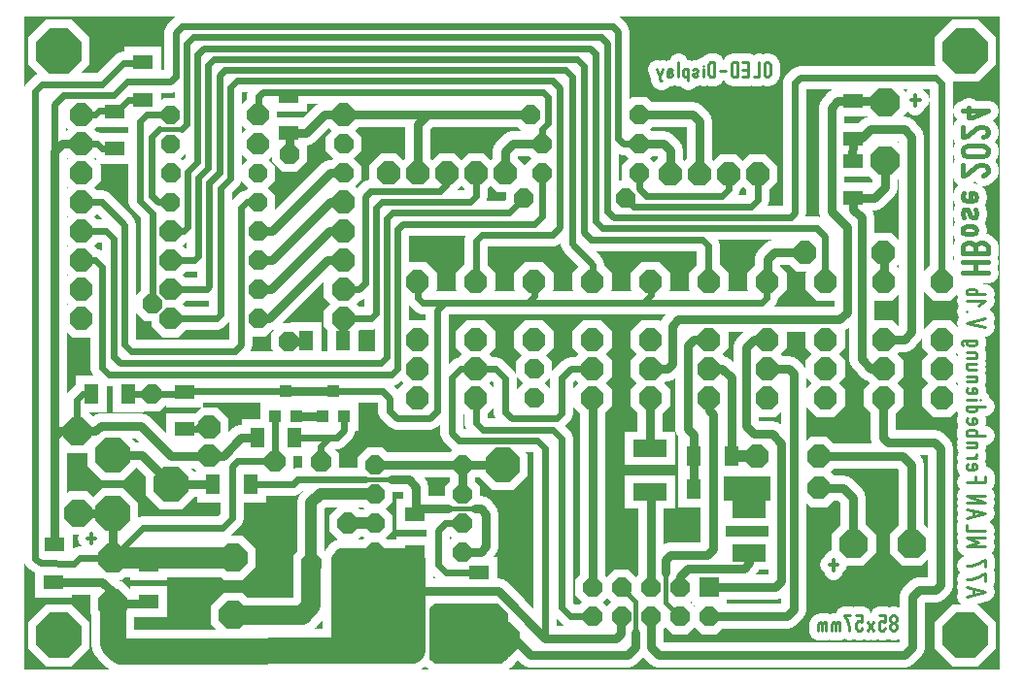
<source format=gbr>
%FSLAX34Y34*%
%MOMM*%
%LNCOPPER_BOTTOM*%
G71*
G01*
%ADD10R,2.700X3.200*%
%ADD11R,4.400X2.900*%
%ADD12C,2.200*%
%ADD13R,3.200X2.700*%
%ADD14C,2.800*%
%ADD15C,1.800*%
%ADD16C,3.300*%
%ADD17C,3.700*%
%ADD18C,2.000*%
%ADD19C,3.100*%
%ADD20C,2.400*%
%ADD21C,1.638*%
%ADD22C,1.718*%
%ADD23C,1.797*%
%ADD24C,1.686*%
%ADD25C,1.500*%
%ADD26R,2.500X2.500*%
%ADD27C,1.600*%
%ADD28R,1.300X1.800*%
%ADD29R,3.000X1.500*%
%ADD30C,0.800*%
%ADD31R,1.800X1.300*%
%ADD32C,1.400*%
%ADD33C,0.400*%
%ADD34C,1.900*%
%ADD35C,2.300*%
%ADD36C,0.600*%
%ADD37C,1.700*%
%ADD38C,1.000*%
%ADD39C,0.238*%
%ADD40C,0.318*%
%ADD41C,0.397*%
%ADD42C,0.286*%
%ADD43C,0.100*%
%ADD44R,1.100X1.100*%
%ADD45C,0.200*%
%LPD*%
G36*
X0Y0D02*
X850000Y0D01*
X850000Y-570000D01*
X0Y-570000D01*
X0Y0D01*
G37*
%LPC*%
G36*
X451101Y-214011D02*
X461046Y-223956D01*
X461046Y-238066D01*
X451101Y-248011D01*
X436991Y-248011D01*
X427046Y-238066D01*
X427046Y-223956D01*
X436991Y-214011D01*
X451101Y-214011D01*
G37*
G36*
X501901Y-214011D02*
X511846Y-223956D01*
X511846Y-238066D01*
X501901Y-248011D01*
X487791Y-248011D01*
X477846Y-238066D01*
X477846Y-223956D01*
X487791Y-214011D01*
X501901Y-214011D01*
G37*
G36*
X450478Y-317111D02*
X459546Y-326179D01*
X459546Y-339043D01*
X450478Y-348111D01*
X437614Y-348111D01*
X428546Y-339043D01*
X428546Y-326179D01*
X437614Y-317111D01*
X450478Y-317111D01*
G37*
G36*
X501901Y-315611D02*
X511846Y-325556D01*
X511846Y-339666D01*
X501901Y-349611D01*
X487791Y-349611D01*
X477846Y-339666D01*
X477846Y-325556D01*
X487791Y-315611D01*
X501901Y-315611D01*
G37*
G36*
X450478Y-291711D02*
X459546Y-300779D01*
X459546Y-313643D01*
X450478Y-322711D01*
X437614Y-322711D01*
X428546Y-313643D01*
X428546Y-300779D01*
X437614Y-291711D01*
X450478Y-291711D01*
G37*
G36*
X501901Y-290211D02*
X511846Y-300156D01*
X511846Y-314266D01*
X501901Y-324211D01*
X487791Y-324211D01*
X477846Y-314266D01*
X477846Y-300156D01*
X487791Y-290211D01*
X501901Y-290211D01*
G37*
G36*
X501901Y-264811D02*
X511846Y-274756D01*
X511846Y-288866D01*
X501901Y-298811D01*
X487791Y-298811D01*
X477846Y-288866D01*
X477846Y-274756D01*
X487791Y-264811D01*
X501901Y-264811D01*
G37*
G36*
X451101Y-264811D02*
X461046Y-274756D01*
X461046Y-288866D01*
X451101Y-298811D01*
X436991Y-298811D01*
X427046Y-288866D01*
X427046Y-274756D01*
X436991Y-264811D01*
X451101Y-264811D01*
G37*
G36*
X755901Y-214011D02*
X765846Y-223956D01*
X765846Y-238066D01*
X755901Y-248011D01*
X741791Y-248011D01*
X731846Y-238066D01*
X731846Y-223956D01*
X741791Y-214011D01*
X755901Y-214011D01*
G37*
G36*
X806701Y-214011D02*
X816646Y-223956D01*
X816646Y-238066D01*
X806701Y-248011D01*
X792591Y-248011D01*
X782646Y-238066D01*
X782646Y-223956D01*
X792591Y-214011D01*
X806701Y-214011D01*
G37*
G36*
X755901Y-315611D02*
X765846Y-325556D01*
X765846Y-339666D01*
X755901Y-349611D01*
X741791Y-349611D01*
X731846Y-339666D01*
X731846Y-325556D01*
X741791Y-315611D01*
X755901Y-315611D01*
G37*
G36*
X806701Y-315611D02*
X816646Y-325556D01*
X816646Y-339666D01*
X806701Y-349611D01*
X792591Y-349611D01*
X782646Y-339666D01*
X782646Y-325556D01*
X792591Y-315611D01*
X806701Y-315611D01*
G37*
G36*
X755901Y-290211D02*
X765846Y-300156D01*
X765846Y-314266D01*
X755901Y-324211D01*
X741791Y-324211D01*
X731846Y-314266D01*
X731846Y-300156D01*
X741791Y-290211D01*
X755901Y-290211D01*
G37*
G36*
X806701Y-290211D02*
X816646Y-300156D01*
X816646Y-314266D01*
X806701Y-324211D01*
X792591Y-324211D01*
X782646Y-314266D01*
X782646Y-300156D01*
X792591Y-290211D01*
X806701Y-290211D01*
G37*
G36*
X806701Y-264811D02*
X816646Y-274756D01*
X816646Y-288866D01*
X806701Y-298811D01*
X792591Y-298811D01*
X782646Y-288866D01*
X782646Y-274756D01*
X792591Y-264811D01*
X806701Y-264811D01*
G37*
G36*
X755901Y-264811D02*
X765846Y-274756D01*
X765846Y-288866D01*
X755901Y-298811D01*
X741791Y-298811D01*
X731846Y-288866D01*
X731846Y-274756D01*
X741791Y-264811D01*
X755901Y-264811D01*
G37*
G36*
X349501Y-214011D02*
X359446Y-223956D01*
X359446Y-238066D01*
X349501Y-248011D01*
X335391Y-248011D01*
X325446Y-238066D01*
X325446Y-223956D01*
X335391Y-214011D01*
X349501Y-214011D01*
G37*
G36*
X400301Y-214011D02*
X410246Y-223956D01*
X410246Y-238066D01*
X400301Y-248011D01*
X386191Y-248011D01*
X376246Y-238066D01*
X376246Y-223956D01*
X386191Y-214011D01*
X400301Y-214011D01*
G37*
G36*
X349501Y-315611D02*
X359446Y-325556D01*
X359446Y-339666D01*
X349501Y-349611D01*
X335391Y-349611D01*
X325446Y-339666D01*
X325446Y-325556D01*
X335391Y-315611D01*
X349501Y-315611D01*
G37*
G36*
X400301Y-315611D02*
X410246Y-325556D01*
X410246Y-339666D01*
X400301Y-349611D01*
X386191Y-349611D01*
X376246Y-339666D01*
X376246Y-325556D01*
X386191Y-315611D01*
X400301Y-315611D01*
G37*
G36*
X349501Y-290211D02*
X359446Y-300156D01*
X359446Y-314266D01*
X349501Y-324211D01*
X335391Y-324211D01*
X325446Y-314266D01*
X325446Y-300156D01*
X335391Y-290211D01*
X349501Y-290211D01*
G37*
G36*
X400301Y-290211D02*
X410246Y-300156D01*
X410246Y-314266D01*
X400301Y-324211D01*
X386191Y-324211D01*
X376246Y-314266D01*
X376246Y-300156D01*
X386191Y-290211D01*
X400301Y-290211D01*
G37*
G36*
X400301Y-264811D02*
X410246Y-274756D01*
X410246Y-288866D01*
X400301Y-298811D01*
X386191Y-298811D01*
X376246Y-288866D01*
X376246Y-274756D01*
X386191Y-264811D01*
X400301Y-264811D01*
G37*
G36*
X349501Y-264811D02*
X359446Y-274756D01*
X359446Y-288866D01*
X349501Y-298811D01*
X335391Y-298811D01*
X325446Y-288866D01*
X325446Y-274756D01*
X335391Y-264811D01*
X349501Y-264811D01*
G37*
X615906Y-412850D02*
G54D10*
D03*
X583406Y-412750D02*
G54D10*
D03*
X615906Y-383481D02*
G54D10*
D03*
X583406Y-383381D02*
G54D10*
D03*
X631774Y-430262D02*
G54D11*
D03*
X631774Y-468262D02*
G54D11*
D03*
G54D12*
X583406Y-383381D02*
X583406Y-365125D01*
X577850Y-359569D01*
X577850Y-287338D01*
X583406Y-281781D01*
X596416Y-281781D01*
X596446Y-281811D01*
G54D12*
X615906Y-383481D02*
X615906Y-315075D01*
X608012Y-307181D01*
X596476Y-307181D01*
X596446Y-307211D01*
X544988Y-376971D02*
G54D11*
D03*
X544988Y-414971D02*
G54D11*
D03*
G36*
X792926Y-468228D02*
X781518Y-479636D01*
X765334Y-479636D01*
X753926Y-468228D01*
X753926Y-452044D01*
X765334Y-440636D01*
X781518Y-440636D01*
X792926Y-452044D01*
X792926Y-468228D01*
G37*
G36*
X742126Y-468228D02*
X730718Y-479636D01*
X714534Y-479636D01*
X703126Y-468228D01*
X703126Y-452044D01*
X714534Y-440636D01*
X730718Y-440636D01*
X742126Y-452044D01*
X742126Y-468228D01*
G37*
G54D12*
X659606Y-478631D02*
X659606Y-372269D01*
X651669Y-364331D01*
X635794Y-364331D01*
X628650Y-357188D01*
X628650Y-288925D01*
X635794Y-281781D01*
X647216Y-281781D01*
X647246Y-281811D01*
X722000Y-106399D02*
G54D13*
D03*
X722100Y-73899D02*
G54D13*
D03*
X722000Y-158786D02*
G54D13*
D03*
X722100Y-126286D02*
G54D13*
D03*
G36*
X741790Y-145306D02*
X730382Y-133898D01*
X730382Y-117714D01*
X741790Y-106306D01*
X757974Y-106306D01*
X769382Y-117714D01*
X769382Y-133898D01*
X757974Y-145306D01*
X741790Y-145306D01*
G37*
G36*
X741790Y-94506D02*
X730382Y-83098D01*
X730382Y-66914D01*
X741790Y-55506D01*
X757974Y-55506D01*
X769382Y-66914D01*
X769382Y-83098D01*
X757974Y-94506D01*
X741790Y-94506D01*
G37*
G54D12*
X722100Y-73899D02*
X749882Y-73418D01*
G54D12*
X722000Y-158786D02*
X740400Y-158786D01*
X749881Y-149305D01*
X749882Y-124218D01*
G36*
X3000Y-18795D02*
X18795Y-3000D01*
X41205Y-3000D01*
X57000Y-18795D01*
X57000Y-41205D01*
X41205Y-57000D01*
X18795Y-57000D01*
X3000Y-41205D01*
X3000Y-18795D01*
G37*
G36*
X793000Y-18795D02*
X808795Y-3000D01*
X831205Y-3000D01*
X847000Y-18795D01*
X847000Y-41205D01*
X831205Y-57000D01*
X808795Y-57000D01*
X793000Y-41205D01*
X793000Y-18795D01*
G37*
G36*
X3000Y-528795D02*
X18795Y-513000D01*
X41205Y-513000D01*
X57000Y-528795D01*
X57000Y-551205D01*
X41205Y-567000D01*
X18795Y-567000D01*
X3000Y-551205D01*
X3000Y-528795D01*
G37*
G36*
X793000Y-528795D02*
X808795Y-513000D01*
X831205Y-513000D01*
X847000Y-528795D01*
X847000Y-551205D01*
X831205Y-567000D01*
X808795Y-567000D01*
X793000Y-551205D01*
X793000Y-528795D01*
G37*
G36*
X425849Y-369320D02*
X438719Y-382190D01*
X438719Y-400450D01*
X425849Y-413320D01*
X407589Y-413320D01*
X394719Y-400450D01*
X394719Y-382190D01*
X407589Y-369320D01*
X425849Y-369320D01*
G37*
G36*
X425849Y-521720D02*
X438719Y-534590D01*
X438719Y-552850D01*
X425849Y-565720D01*
X407589Y-565720D01*
X394719Y-552850D01*
X394719Y-534590D01*
X407589Y-521720D01*
X425849Y-521720D01*
G37*
G36*
X290094Y-384887D02*
X299162Y-375819D01*
X312026Y-375819D01*
X321094Y-384887D01*
X321094Y-397751D01*
X312026Y-406819D01*
X299162Y-406819D01*
X290094Y-397751D01*
X290094Y-384887D01*
G37*
G36*
X290094Y-410287D02*
X299162Y-401219D01*
X312026Y-401219D01*
X321094Y-410287D01*
X321094Y-423151D01*
X312026Y-432219D01*
X299162Y-432219D01*
X290094Y-423151D01*
X290094Y-410287D01*
G37*
G36*
X290094Y-435687D02*
X299162Y-426619D01*
X312026Y-426619D01*
X321094Y-435687D01*
X321094Y-448551D01*
X312026Y-457619D01*
X299162Y-457619D01*
X290094Y-448551D01*
X290094Y-435687D01*
G37*
G36*
X290094Y-461087D02*
X299162Y-452019D01*
X312026Y-452019D01*
X321094Y-461087D01*
X321094Y-473951D01*
X312026Y-483019D01*
X299162Y-483019D01*
X290094Y-473951D01*
X290094Y-461087D01*
G37*
G36*
X366294Y-384887D02*
X375362Y-375819D01*
X388226Y-375819D01*
X397294Y-384887D01*
X397294Y-397751D01*
X388226Y-406819D01*
X375362Y-406819D01*
X366294Y-397751D01*
X366294Y-384887D01*
G37*
G36*
X366294Y-410287D02*
X375362Y-401219D01*
X388226Y-401219D01*
X397294Y-410287D01*
X397294Y-423151D01*
X388226Y-432219D01*
X375362Y-432219D01*
X366294Y-423151D01*
X366294Y-410287D01*
G37*
G36*
X366294Y-435687D02*
X375362Y-426619D01*
X388226Y-426619D01*
X397294Y-435687D01*
X397294Y-448551D01*
X388226Y-457619D01*
X375362Y-457619D01*
X366294Y-448551D01*
X366294Y-435687D01*
G37*
G36*
X366294Y-461087D02*
X375362Y-452019D01*
X388226Y-452019D01*
X397294Y-461087D01*
X397294Y-473951D01*
X388226Y-483019D01*
X375362Y-483019D01*
X366294Y-473951D01*
X366294Y-461087D01*
G37*
G54D12*
X305594Y-391319D02*
X381794Y-391319D01*
G54D12*
X381794Y-416719D02*
X381794Y-391319D01*
G36*
X305938Y-518164D02*
X317346Y-506756D01*
X333530Y-506756D01*
X344938Y-518164D01*
X344938Y-534348D01*
X333530Y-545756D01*
X317346Y-545756D01*
X305938Y-534348D01*
X305938Y-518164D01*
G37*
G36*
X345938Y-518164D02*
X357346Y-506756D01*
X373530Y-506756D01*
X384938Y-518164D01*
X384938Y-534348D01*
X373530Y-545756D01*
X357346Y-545756D01*
X345938Y-534348D01*
X345938Y-518164D01*
G37*
G36*
X275143Y-508919D02*
X265783Y-499559D01*
X265783Y-486279D01*
X275143Y-476919D01*
X288423Y-476919D01*
X297783Y-486279D01*
X297783Y-499559D01*
X288423Y-508919D01*
X275143Y-508919D01*
G37*
G36*
X275143Y-458119D02*
X265783Y-448759D01*
X265783Y-435479D01*
X275143Y-426119D01*
X288423Y-426119D01*
X297783Y-435479D01*
X297783Y-448759D01*
X288423Y-458119D01*
X275143Y-458119D01*
G37*
X396009Y-517950D02*
G54D13*
D03*
X396109Y-485450D02*
G54D13*
D03*
G54D12*
X416719Y-391320D02*
X381794Y-391319D01*
G54D14*
X416719Y-543720D02*
X382902Y-543720D01*
X365438Y-526256D01*
X340151Y-434650D02*
G54D13*
D03*
X340051Y-467150D02*
G54D13*
D03*
G54D15*
X372269Y-429419D02*
X390525Y-429419D01*
G54D12*
X340151Y-434650D02*
X345281Y-429419D01*
X369094Y-429419D01*
G54D12*
X381794Y-467519D02*
X397669Y-467519D01*
X402431Y-462756D01*
X402431Y-434181D01*
X397669Y-429419D01*
X392906Y-429419D01*
G36*
X189961Y-502687D02*
X201369Y-514095D01*
X201369Y-530279D01*
X189961Y-541687D01*
X173777Y-541687D01*
X162369Y-530279D01*
X162369Y-514095D01*
X173777Y-502687D01*
X189961Y-502687D01*
G37*
G36*
X189961Y-452681D02*
X201369Y-464089D01*
X201369Y-480273D01*
X189961Y-491681D01*
X173777Y-491681D01*
X162369Y-480273D01*
X162369Y-464089D01*
X173777Y-452681D01*
X189961Y-452681D01*
G37*
G54D16*
X181869Y-472181D02*
X76995Y-472281D01*
G54D17*
X76995Y-512281D02*
X76994Y-546894D01*
X84138Y-554038D01*
X337344Y-553244D01*
G36*
X86124Y-360588D02*
X98994Y-373458D01*
X98994Y-391718D01*
X86124Y-404588D01*
X67864Y-404588D01*
X54994Y-391718D01*
X54994Y-373458D01*
X67864Y-360588D01*
X86124Y-360588D01*
G37*
G36*
X86124Y-411388D02*
X98994Y-424258D01*
X98994Y-442518D01*
X86124Y-455388D01*
X67864Y-455388D01*
X54994Y-442518D01*
X54994Y-424258D01*
X67864Y-411388D01*
X86124Y-411388D01*
G37*
G36*
X136924Y-385988D02*
X149794Y-398858D01*
X149794Y-417118D01*
X136924Y-429988D01*
X118664Y-429988D01*
X105794Y-417118D01*
X105794Y-398858D01*
X118664Y-385988D01*
X136924Y-385988D01*
G37*
X164306Y-407988D02*
G54D10*
D03*
X196806Y-408088D02*
G54D10*
D03*
G54D15*
X294481Y-404019D02*
X319881Y-404019D01*
G54D12*
X319881Y-404019D02*
X334962Y-404019D01*
X341312Y-410369D01*
X341312Y-428625D01*
G54D12*
X76995Y-472281D02*
X76994Y-433388D01*
X108275Y-510568D02*
G54D13*
D03*
X108375Y-478068D02*
G54D13*
D03*
G54D12*
X76994Y-382588D02*
X102394Y-382588D01*
X127794Y-407988D01*
G54D12*
X322264Y-525462D02*
X297656Y-525462D01*
X292894Y-530225D01*
X270670Y-530224D01*
G54D12*
X305594Y-467519D02*
X280976Y-467519D01*
X275433Y-473062D01*
X275433Y-500062D01*
G36*
X68903Y-531781D02*
X57495Y-520373D01*
X57495Y-504189D01*
X68903Y-492781D01*
X85087Y-492781D01*
X96495Y-504189D01*
X96495Y-520373D01*
X85087Y-531781D01*
X68903Y-531781D01*
G37*
G36*
X68903Y-491781D02*
X57495Y-480373D01*
X57495Y-464189D01*
X68903Y-452781D01*
X85087Y-452781D01*
X96495Y-464189D01*
X96495Y-480373D01*
X85087Y-491781D01*
X68903Y-491781D01*
G37*
G54D18*
X76994Y-472281D02*
X48419Y-472281D01*
X42862Y-477838D01*
G36*
X270670Y-549276D02*
X278606Y-557212D01*
X338931Y-557212D01*
X345281Y-550862D01*
X345281Y-473075D01*
X339725Y-467519D01*
X275431Y-467519D01*
X270669Y-472281D01*
X270670Y-549276D01*
G37*
G54D12*
X270670Y-549276D02*
X278606Y-557212D01*
X338931Y-557212D01*
X345281Y-550862D01*
X345281Y-473075D01*
X339725Y-467519D01*
X275431Y-467519D01*
X270669Y-472281D01*
X270670Y-549276D01*
G36*
X256672Y-461044D02*
X266032Y-470404D01*
X266032Y-483684D01*
X256672Y-493044D01*
X243392Y-493044D01*
X234032Y-483684D01*
X234032Y-470404D01*
X243392Y-461044D01*
X256672Y-461044D01*
G37*
G36*
X256672Y-537244D02*
X266032Y-546604D01*
X266032Y-559884D01*
X256672Y-569244D01*
X243392Y-569244D01*
X234032Y-559884D01*
X234032Y-546604D01*
X243392Y-537244D01*
X256672Y-537244D01*
G37*
G54D19*
X181869Y-522187D02*
X242194Y-522187D01*
X250031Y-514350D01*
X250032Y-477044D01*
G54D20*
X250032Y-480219D02*
X250032Y-424656D01*
X257969Y-416719D01*
X305594Y-416719D01*
G54D20*
X281783Y-442119D02*
X305594Y-442119D01*
G36*
X654301Y-214011D02*
X664246Y-223956D01*
X664246Y-238066D01*
X654301Y-248011D01*
X640191Y-248011D01*
X630246Y-238066D01*
X630246Y-223956D01*
X640191Y-214011D01*
X654301Y-214011D01*
G37*
G36*
X705101Y-214011D02*
X715046Y-223956D01*
X715046Y-238066D01*
X705101Y-248011D01*
X690991Y-248011D01*
X681046Y-238066D01*
X681046Y-223956D01*
X690991Y-214011D01*
X705101Y-214011D01*
G37*
G36*
X654301Y-315611D02*
X664246Y-325556D01*
X664246Y-339666D01*
X654301Y-349611D01*
X640191Y-349611D01*
X630246Y-339666D01*
X630246Y-325556D01*
X640191Y-315611D01*
X654301Y-315611D01*
G37*
G36*
X705101Y-315611D02*
X715046Y-325556D01*
X715046Y-339666D01*
X705101Y-349611D01*
X690991Y-349611D01*
X681046Y-339666D01*
X681046Y-325556D01*
X690991Y-315611D01*
X705101Y-315611D01*
G37*
G36*
X654301Y-290211D02*
X664246Y-300156D01*
X664246Y-314266D01*
X654301Y-324211D01*
X640191Y-324211D01*
X630246Y-314266D01*
X630246Y-300156D01*
X640191Y-290211D01*
X654301Y-290211D01*
G37*
G36*
X705101Y-290211D02*
X715046Y-300156D01*
X715046Y-314266D01*
X705101Y-324211D01*
X690991Y-324211D01*
X681046Y-314266D01*
X681046Y-300156D01*
X690991Y-290211D01*
X705101Y-290211D01*
G37*
G36*
X705101Y-264811D02*
X715046Y-274756D01*
X715046Y-288866D01*
X705101Y-298811D01*
X690991Y-298811D01*
X681046Y-288866D01*
X681046Y-274756D01*
X690991Y-264811D01*
X705101Y-264811D01*
G37*
G36*
X654301Y-264811D02*
X664246Y-274756D01*
X664246Y-288866D01*
X654301Y-298811D01*
X640191Y-298811D01*
X630246Y-288866D01*
X630246Y-274756D01*
X640191Y-264811D01*
X654301Y-264811D01*
G37*
G36*
X552701Y-214011D02*
X562646Y-223956D01*
X562646Y-238066D01*
X552701Y-248011D01*
X538591Y-248011D01*
X528646Y-238066D01*
X528646Y-223956D01*
X538591Y-214011D01*
X552701Y-214011D01*
G37*
G36*
X603501Y-214011D02*
X613446Y-223956D01*
X613446Y-238066D01*
X603501Y-248011D01*
X589391Y-248011D01*
X579446Y-238066D01*
X579446Y-223956D01*
X589391Y-214011D01*
X603501Y-214011D01*
G37*
G36*
X552701Y-315611D02*
X562646Y-325556D01*
X562646Y-339666D01*
X552701Y-349611D01*
X538591Y-349611D01*
X528646Y-339666D01*
X528646Y-325556D01*
X538591Y-315611D01*
X552701Y-315611D01*
G37*
G36*
X603501Y-315611D02*
X613446Y-325556D01*
X613446Y-339666D01*
X603501Y-349611D01*
X589391Y-349611D01*
X579446Y-339666D01*
X579446Y-325556D01*
X589391Y-315611D01*
X603501Y-315611D01*
G37*
G36*
X552701Y-290211D02*
X562646Y-300156D01*
X562646Y-314266D01*
X552701Y-324211D01*
X538591Y-324211D01*
X528646Y-314266D01*
X528646Y-300156D01*
X538591Y-290211D01*
X552701Y-290211D01*
G37*
G36*
X603501Y-290211D02*
X613446Y-300156D01*
X613446Y-314266D01*
X603501Y-324211D01*
X589391Y-324211D01*
X579446Y-314266D01*
X579446Y-300156D01*
X589391Y-290211D01*
X603501Y-290211D01*
G37*
G36*
X603501Y-264811D02*
X613446Y-274756D01*
X613446Y-288866D01*
X603501Y-298811D01*
X589391Y-298811D01*
X579446Y-288866D01*
X579446Y-274756D01*
X589391Y-264811D01*
X603501Y-264811D01*
G37*
G36*
X552701Y-264811D02*
X562646Y-274756D01*
X562646Y-288866D01*
X552701Y-298811D01*
X538591Y-298811D01*
X528646Y-288866D01*
X528646Y-274756D01*
X538591Y-264811D01*
X552701Y-264811D01*
G37*
G36*
X295101Y-270536D02*
X285156Y-280480D01*
X271046Y-280480D01*
X261101Y-270536D01*
X261101Y-256426D01*
X271046Y-246480D01*
X285156Y-246480D01*
X295101Y-256426D01*
X295101Y-270536D01*
G37*
G36*
X295101Y-245136D02*
X285156Y-255080D01*
X271046Y-255080D01*
X261101Y-245136D01*
X261101Y-231026D01*
X271046Y-221080D01*
X285156Y-221080D01*
X295101Y-231026D01*
X295101Y-245136D01*
G37*
G36*
X295101Y-219736D02*
X285156Y-229680D01*
X271046Y-229680D01*
X261101Y-219736D01*
X261101Y-205626D01*
X271046Y-195680D01*
X285156Y-195680D01*
X295101Y-205626D01*
X295101Y-219736D01*
G37*
G36*
X295101Y-194336D02*
X285156Y-204280D01*
X271046Y-204280D01*
X261101Y-194336D01*
X261101Y-180226D01*
X271046Y-170280D01*
X285156Y-170280D01*
X295101Y-180226D01*
X295101Y-194336D01*
G37*
G36*
X295101Y-168936D02*
X285156Y-178880D01*
X271046Y-178880D01*
X261101Y-168936D01*
X261101Y-154826D01*
X271046Y-144880D01*
X285156Y-144880D01*
X295101Y-154826D01*
X295101Y-168936D01*
G37*
G36*
X293601Y-142912D02*
X284533Y-151980D01*
X271669Y-151980D01*
X262601Y-142912D01*
X262601Y-130048D01*
X271669Y-120980D01*
X284533Y-120980D01*
X293601Y-130048D01*
X293601Y-142912D01*
G37*
G36*
X293601Y-117512D02*
X284533Y-126580D01*
X271669Y-126580D01*
X262601Y-117512D01*
X262601Y-104648D01*
X271669Y-95580D01*
X284533Y-95580D01*
X293601Y-104648D01*
X293601Y-117512D01*
G37*
G36*
X295101Y-92736D02*
X285156Y-102680D01*
X271046Y-102680D01*
X261101Y-92736D01*
X261101Y-78626D01*
X271046Y-68680D01*
X285156Y-68680D01*
X295101Y-78626D01*
X295101Y-92736D01*
G37*
G36*
X66501Y-270536D02*
X56556Y-280480D01*
X42446Y-280480D01*
X32501Y-270536D01*
X32501Y-256426D01*
X42446Y-246480D01*
X56556Y-246480D01*
X66501Y-256426D01*
X66501Y-270536D01*
G37*
G36*
X66501Y-245136D02*
X56556Y-255080D01*
X42446Y-255080D01*
X32501Y-245136D01*
X32501Y-231026D01*
X42446Y-221080D01*
X56556Y-221080D01*
X66501Y-231026D01*
X66501Y-245136D01*
G37*
G36*
X66501Y-219736D02*
X56556Y-229680D01*
X42446Y-229680D01*
X32501Y-219736D01*
X32501Y-205626D01*
X42446Y-195680D01*
X56556Y-195680D01*
X66501Y-205626D01*
X66501Y-219736D01*
G37*
G36*
X66501Y-194336D02*
X56556Y-204280D01*
X42446Y-204280D01*
X32501Y-194336D01*
X32501Y-180226D01*
X42446Y-170280D01*
X56556Y-170280D01*
X66501Y-180226D01*
X66501Y-194336D01*
G37*
G36*
X66501Y-168936D02*
X56556Y-178880D01*
X42446Y-178880D01*
X32501Y-168936D01*
X32501Y-154826D01*
X42446Y-144880D01*
X56556Y-144880D01*
X66501Y-154826D01*
X66501Y-168936D01*
G37*
G36*
X66501Y-143536D02*
X56556Y-153480D01*
X42446Y-153480D01*
X32501Y-143536D01*
X32501Y-129426D01*
X42446Y-119480D01*
X56556Y-119480D01*
X66501Y-129426D01*
X66501Y-143536D01*
G37*
G36*
X66501Y-118136D02*
X56556Y-128080D01*
X42446Y-128080D01*
X32501Y-118136D01*
X32501Y-104026D01*
X42446Y-94080D01*
X56556Y-94080D01*
X66501Y-104026D01*
X66501Y-118136D01*
G37*
G36*
X66501Y-92736D02*
X56556Y-102680D01*
X42446Y-102680D01*
X32501Y-92736D01*
X32501Y-78626D01*
X42446Y-68680D01*
X56556Y-68680D01*
X66501Y-78626D01*
X66501Y-92736D01*
G37*
G54D12*
X721306Y-126286D02*
X722000Y-106399D01*
G36*
X663244Y-198526D02*
X673189Y-188581D01*
X687299Y-188581D01*
X697244Y-198526D01*
X697244Y-212636D01*
X687299Y-222581D01*
X673189Y-222581D01*
X663244Y-212636D01*
X663244Y-198526D01*
G37*
G36*
X731506Y-198526D02*
X741451Y-188581D01*
X755561Y-188581D01*
X765506Y-198526D01*
X765506Y-212636D01*
X755561Y-222581D01*
X741451Y-222581D01*
X731506Y-212636D01*
X731506Y-198526D01*
G37*
G54D12*
X748846Y-281811D02*
X766732Y-281811D01*
X773112Y-275431D01*
X773112Y-183356D01*
G54D12*
X748846Y-231011D02*
X748846Y-205921D01*
X748506Y-205581D01*
G54D12*
X748846Y-307211D02*
X737424Y-307211D01*
X729456Y-299244D01*
X729456Y-175419D01*
X722312Y-168275D01*
X722000Y-158786D01*
G54D12*
X545646Y-307211D02*
X560358Y-307211D01*
X564356Y-303212D01*
X564356Y-269875D01*
X569912Y-264319D01*
X710406Y-264319D01*
X716756Y-257969D01*
X716756Y-184150D01*
X703262Y-170656D01*
X703262Y-79375D01*
X708819Y-73819D01*
X722020Y-73819D01*
X722100Y-73899D01*
G36*
X219212Y-269987D02*
X210144Y-279055D01*
X197280Y-279055D01*
X188212Y-269987D01*
X188212Y-257123D01*
X197280Y-248055D01*
X210144Y-248055D01*
X219212Y-257123D01*
X219212Y-269987D01*
G37*
G36*
X219212Y-244587D02*
X210144Y-253655D01*
X197280Y-253655D01*
X188212Y-244587D01*
X188212Y-231723D01*
X197280Y-222655D01*
X210144Y-222655D01*
X219212Y-231723D01*
X219212Y-244587D01*
G37*
G36*
X219212Y-219187D02*
X210144Y-228255D01*
X197280Y-228255D01*
X188212Y-219187D01*
X188212Y-206323D01*
X197280Y-197255D01*
X210144Y-197255D01*
X219212Y-206323D01*
X219212Y-219187D01*
G37*
G36*
X219212Y-193787D02*
X210144Y-202855D01*
X197280Y-202855D01*
X188212Y-193787D01*
X188212Y-180923D01*
X197280Y-171855D01*
X210144Y-171855D01*
X219212Y-180923D01*
X219212Y-193787D01*
G37*
G36*
X144012Y-270403D02*
X134360Y-280055D01*
X120664Y-280055D01*
X111012Y-270403D01*
X111012Y-256707D01*
X120664Y-247055D01*
X134360Y-247055D01*
X144012Y-256707D01*
X144012Y-270403D01*
G37*
G36*
X144012Y-245003D02*
X134360Y-254655D01*
X120664Y-254655D01*
X111012Y-245003D01*
X111012Y-231307D01*
X120664Y-221655D01*
X134360Y-221655D01*
X144012Y-231307D01*
X144012Y-245003D01*
G37*
G36*
X144012Y-219603D02*
X134360Y-229255D01*
X120664Y-229255D01*
X111012Y-219603D01*
X111012Y-205907D01*
X120664Y-196255D01*
X134360Y-196255D01*
X144012Y-205907D01*
X144012Y-219603D01*
G37*
G36*
X144012Y-194203D02*
X134360Y-203855D01*
X120664Y-203855D01*
X111012Y-194203D01*
X111012Y-180507D01*
X120664Y-170855D01*
X134360Y-170855D01*
X144012Y-180507D01*
X144012Y-194203D01*
G37*
G36*
X218712Y-168180D02*
X209937Y-176955D01*
X197487Y-176955D01*
X188712Y-168180D01*
X188712Y-155730D01*
X197487Y-146955D01*
X209937Y-146955D01*
X218712Y-155730D01*
X218712Y-168180D01*
G37*
G36*
X142512Y-168180D02*
X133737Y-176955D01*
X121287Y-176955D01*
X112512Y-168180D01*
X112512Y-155730D01*
X121287Y-146955D01*
X133737Y-146955D01*
X142512Y-155730D01*
X142512Y-168180D01*
G37*
G36*
X218712Y-142780D02*
X209937Y-151555D01*
X197487Y-151555D01*
X188712Y-142780D01*
X188712Y-130330D01*
X197487Y-121555D01*
X209937Y-121555D01*
X218712Y-130330D01*
X218712Y-142780D01*
G37*
G36*
X220212Y-118003D02*
X210560Y-127655D01*
X196864Y-127655D01*
X187212Y-118003D01*
X187212Y-104307D01*
X196864Y-94655D01*
X210560Y-94655D01*
X220212Y-104307D01*
X220212Y-118003D01*
G37*
G36*
X143012Y-142987D02*
X133944Y-152055D01*
X121080Y-152055D01*
X112012Y-142987D01*
X112012Y-130123D01*
X121080Y-121055D01*
X133944Y-121055D01*
X143012Y-130123D01*
X143012Y-142987D01*
G37*
G36*
X142512Y-117380D02*
X133737Y-126155D01*
X121287Y-126155D01*
X112512Y-117380D01*
X112512Y-104930D01*
X121287Y-96155D01*
X133737Y-96155D01*
X142512Y-104930D01*
X142512Y-117380D01*
G37*
G36*
X220212Y-92603D02*
X210560Y-102255D01*
X196864Y-102255D01*
X187212Y-92603D01*
X187212Y-78907D01*
X196864Y-69255D01*
X210560Y-69255D01*
X220212Y-78907D01*
X220212Y-92603D01*
G37*
G36*
X142512Y-91980D02*
X133737Y-100755D01*
X121287Y-100755D01*
X112512Y-91980D01*
X112512Y-79530D01*
X121287Y-70755D01*
X133737Y-70755D01*
X142512Y-79530D01*
X142512Y-91980D01*
G37*
G54D12*
X748846Y-281811D02*
X766732Y-281811D01*
X773112Y-275431D01*
X773112Y-104775D01*
X766762Y-98425D01*
X736974Y-98425D01*
X729800Y-105599D01*
X25725Y-493344D02*
G54D13*
D03*
X25825Y-460844D02*
G54D13*
D03*
G54D12*
X25825Y-460844D02*
X26194Y-117475D01*
X32544Y-111125D01*
X49456Y-111125D01*
X49501Y-111080D01*
G54D18*
X127512Y-263555D02*
X167452Y-263555D01*
X170656Y-260350D01*
X170656Y-150019D01*
X179388Y-141288D01*
X179388Y-61912D01*
X184944Y-56356D01*
X460375Y-56356D01*
X466725Y-62706D01*
X466725Y-184150D01*
X460375Y-190500D01*
X398462Y-190500D01*
X393700Y-195262D01*
X393700Y-230558D01*
X393246Y-231011D01*
G54D18*
X127512Y-238155D02*
X158720Y-238155D01*
X161131Y-235744D01*
X161131Y-145256D01*
X169862Y-136525D01*
X169862Y-51594D01*
X174625Y-46831D01*
X471488Y-46831D01*
X477044Y-52388D01*
X477044Y-198438D01*
X495300Y-216694D01*
X495300Y-230558D01*
X494846Y-231011D01*
G54D18*
X127512Y-212755D02*
X148402Y-212755D01*
X151606Y-209550D01*
X151606Y-140494D01*
X160338Y-131762D01*
X160338Y-42069D01*
X165100Y-37306D01*
X481806Y-37306D01*
X487362Y-42862D01*
X487362Y-188119D01*
X493712Y-194469D01*
X590550Y-194469D01*
X596106Y-200025D01*
X596106Y-230671D01*
X596446Y-231011D01*
G54D18*
X127794Y-187325D02*
X138906Y-187325D01*
X142081Y-184150D01*
X142081Y-135731D01*
X150812Y-127000D01*
X150812Y-33338D01*
X156369Y-27781D01*
X492919Y-27781D01*
X497681Y-32544D01*
X497681Y-178594D01*
X504031Y-184944D01*
X690562Y-184944D01*
X697706Y-192088D01*
X697706Y-230981D01*
G54D18*
X127512Y-161955D02*
X116711Y-161955D01*
X111125Y-156369D01*
X111125Y-104775D01*
X117475Y-98425D01*
G54D18*
X137319Y-98425D02*
X141288Y-94456D01*
X141288Y-23812D01*
X146844Y-18256D01*
X502444Y-18256D01*
X508000Y-23812D01*
X508000Y-169862D01*
X513556Y-175419D01*
X667544Y-175419D01*
X671512Y-171450D01*
X671512Y-57944D01*
X676275Y-53181D01*
X793750Y-53181D01*
X799306Y-58738D01*
X799306Y-230671D01*
X799646Y-231011D01*
G54D15*
X117475Y-98425D02*
X137319Y-98425D01*
G36*
X646023Y-120080D02*
X655968Y-130025D01*
X655968Y-144135D01*
X646023Y-154080D01*
X631913Y-154080D01*
X621968Y-144135D01*
X621968Y-130025D01*
X631913Y-120080D01*
X646023Y-120080D01*
G37*
G36*
X620623Y-120080D02*
X630568Y-130025D01*
X630568Y-144135D01*
X620623Y-154080D01*
X606513Y-154080D01*
X596568Y-144135D01*
X596568Y-130025D01*
X606513Y-120080D01*
X620623Y-120080D01*
G37*
G36*
X595223Y-120080D02*
X605168Y-130025D01*
X605168Y-144135D01*
X595223Y-154080D01*
X581113Y-154080D01*
X571168Y-144135D01*
X571168Y-130025D01*
X581113Y-120080D01*
X595223Y-120080D01*
G37*
G36*
X569823Y-120080D02*
X579768Y-130025D01*
X579768Y-144135D01*
X569823Y-154080D01*
X555713Y-154080D01*
X545768Y-144135D01*
X545768Y-130025D01*
X555713Y-120080D01*
X569823Y-120080D01*
G37*
G36*
X425269Y-79293D02*
X434337Y-70225D01*
X447201Y-70225D01*
X456269Y-79293D01*
X456269Y-92157D01*
X447201Y-101225D01*
X434337Y-101225D01*
X425269Y-92157D01*
X425269Y-79293D01*
G37*
G54D12*
X278101Y-85680D02*
X440769Y-85725D01*
G36*
X520281Y-79293D02*
X529349Y-70225D01*
X542213Y-70225D01*
X551281Y-79293D01*
X551281Y-92157D01*
X542213Y-101225D01*
X529349Y-101225D01*
X520281Y-92157D01*
X520281Y-79293D01*
G37*
G36*
X435588Y-104693D02*
X444656Y-95625D01*
X457520Y-95625D01*
X466588Y-104693D01*
X466588Y-117557D01*
X457520Y-126625D01*
X444656Y-126625D01*
X435588Y-117557D01*
X435588Y-104693D01*
G37*
G36*
X520281Y-104693D02*
X529349Y-95625D01*
X542213Y-95625D01*
X551281Y-104693D01*
X551281Y-117557D01*
X542213Y-126625D01*
X529349Y-126625D01*
X520281Y-117557D01*
X520281Y-104693D01*
G37*
G54D18*
X203994Y-85725D02*
X203994Y-69850D01*
X207962Y-65881D01*
X451644Y-65881D01*
X456406Y-70644D01*
X456406Y-92869D01*
X450850Y-98425D01*
X450850Y-111125D01*
G36*
X435509Y-130093D02*
X444577Y-121025D01*
X457441Y-121025D01*
X466509Y-130093D01*
X466509Y-142957D01*
X457441Y-152025D01*
X444577Y-152025D01*
X435509Y-142957D01*
X435509Y-130093D01*
G37*
G36*
X520281Y-130093D02*
X529349Y-121025D01*
X542213Y-121025D01*
X551281Y-130093D01*
X551281Y-142957D01*
X542213Y-152025D01*
X529349Y-152025D01*
X520281Y-142957D01*
X520281Y-130093D01*
G37*
G36*
X419634Y-152318D02*
X428702Y-143250D01*
X441566Y-143250D01*
X450634Y-152318D01*
X450634Y-165182D01*
X441566Y-174250D01*
X428702Y-174250D01*
X419634Y-165182D01*
X419634Y-152318D01*
G37*
G36*
X508296Y-152318D02*
X517364Y-143250D01*
X530228Y-143250D01*
X539296Y-152318D01*
X539296Y-165182D01*
X530228Y-174250D01*
X517364Y-174250D01*
X508296Y-165182D01*
X508296Y-152318D01*
G37*
G54D21*
X644679Y-42097D02*
X644679Y-50430D01*
X645346Y-52097D01*
X646679Y-52930D01*
X648013Y-52930D01*
X649346Y-52097D01*
X650013Y-50430D01*
X650013Y-42097D01*
X649346Y-40430D01*
X648013Y-39597D01*
X646679Y-39597D01*
X645346Y-40430D01*
X644679Y-42097D01*
G54D21*
X640013Y-39597D02*
X640013Y-52930D01*
X635346Y-52930D01*
G54D21*
X626012Y-52930D02*
X630679Y-52930D01*
X630679Y-39597D01*
X626012Y-39597D01*
G54D21*
X630679Y-46264D02*
X626012Y-46264D01*
G54D21*
X621345Y-52930D02*
X621345Y-39597D01*
X618011Y-39597D01*
X616678Y-40430D01*
X616011Y-42097D01*
X616011Y-50430D01*
X616678Y-52097D01*
X618011Y-52930D01*
X621345Y-52930D01*
G54D21*
X611345Y-47097D02*
X606011Y-47097D01*
G54D21*
X601345Y-52930D02*
X601345Y-39597D01*
X598011Y-39597D01*
X596678Y-40430D01*
X596011Y-42097D01*
X596011Y-50430D01*
X596678Y-52097D01*
X598011Y-52930D01*
X601345Y-52930D01*
G54D21*
X591345Y-52930D02*
X591345Y-45430D01*
G54D21*
X591345Y-42930D02*
X591345Y-42930D01*
G54D21*
X586678Y-52097D02*
X585344Y-52930D01*
X584011Y-52930D01*
X582678Y-52097D01*
X582678Y-50430D01*
X583344Y-49597D01*
X586011Y-48764D01*
X586678Y-47930D01*
X586678Y-46264D01*
X585344Y-45430D01*
X584011Y-45430D01*
X582678Y-46264D01*
G54D21*
X578011Y-45430D02*
X578011Y-56264D01*
G54D21*
X578011Y-50430D02*
X577344Y-52597D01*
X576011Y-52930D01*
X574677Y-52597D01*
X574011Y-50930D01*
X574011Y-47597D01*
X574677Y-45930D01*
X576011Y-45430D01*
X577344Y-45930D01*
X578011Y-47930D01*
G54D21*
X569344Y-52930D02*
X569344Y-39597D01*
G54D21*
X564677Y-46264D02*
X563343Y-45430D01*
X561743Y-45430D01*
X560677Y-47097D01*
X560677Y-52930D01*
G54D21*
X560677Y-50430D02*
X561343Y-48764D01*
X562677Y-48430D01*
X564010Y-48764D01*
X564677Y-50430D01*
X564410Y-52097D01*
X563343Y-52930D01*
X562677Y-52930D01*
X562410Y-52930D01*
X561343Y-52097D01*
X560677Y-50430D01*
G54D21*
X556010Y-45430D02*
X553343Y-52930D01*
X550676Y-45430D01*
G54D21*
X553343Y-52930D02*
X554010Y-55430D01*
X554676Y-56264D01*
X555343Y-56264D01*
G54D22*
X780256Y-73185D02*
X773145Y-73185D01*
G54D22*
X776701Y-68740D02*
X776701Y-77629D01*
G54D22*
X708819Y-478791D02*
X701708Y-478791D01*
G54D22*
X705263Y-474346D02*
X705263Y-483235D01*
G54D22*
X61912Y-455772D02*
X54801Y-455772D01*
G54D22*
X58357Y-451328D02*
X58357Y-460217D01*
X78906Y-115518D02*
G54D13*
D03*
X79006Y-83018D02*
G54D13*
D03*
G54D23*
X817526Y-223157D02*
X839748Y-223157D01*
G54D23*
X817526Y-214268D02*
X839748Y-214268D01*
G54D23*
X828637Y-223157D02*
X828637Y-214268D01*
G54D23*
X817526Y-206490D02*
X839748Y-206490D01*
X839748Y-200934D01*
X838359Y-198712D01*
X835582Y-197601D01*
X832804Y-197601D01*
X830026Y-198712D01*
X828637Y-200934D01*
X827248Y-198712D01*
X824470Y-197601D01*
X821693Y-197601D01*
X818915Y-198712D01*
X817526Y-200934D01*
X817526Y-206490D01*
G54D23*
X828637Y-206490D02*
X828637Y-200934D01*
G54D23*
X820859Y-183156D02*
X826415Y-183156D01*
X829193Y-184267D01*
X830026Y-186490D01*
X829193Y-188712D01*
X826415Y-189823D01*
X820859Y-189823D01*
X818082Y-188712D01*
X817526Y-186490D01*
X818082Y-184267D01*
X820859Y-183156D01*
G54D23*
X818915Y-175378D02*
X817526Y-173156D01*
X817526Y-170934D01*
X818915Y-168711D01*
X821693Y-168711D01*
X823082Y-169822D01*
X824470Y-174267D01*
X825859Y-175378D01*
X828637Y-175378D01*
X830026Y-173156D01*
X830026Y-170934D01*
X828637Y-168711D01*
G54D23*
X818915Y-154266D02*
X817526Y-156044D01*
X817526Y-158266D01*
X818915Y-160489D01*
X821693Y-160933D01*
X826415Y-160933D01*
X829193Y-159822D01*
X830026Y-157600D01*
X829193Y-155377D01*
X827248Y-154266D01*
X824470Y-154266D01*
X824470Y-160933D01*
G54D23*
X817526Y-129599D02*
X817526Y-138488D01*
X818915Y-138488D01*
X821693Y-137377D01*
X830026Y-130710D01*
X832804Y-129599D01*
X835582Y-129599D01*
X838359Y-130710D01*
X839748Y-132932D01*
X839748Y-135155D01*
X838359Y-137377D01*
X835582Y-138488D01*
G54D23*
X835582Y-112932D02*
X821693Y-112932D01*
X818915Y-114043D01*
X817526Y-116265D01*
X817526Y-118488D01*
X818915Y-120710D01*
X821693Y-121821D01*
X835582Y-121821D01*
X838359Y-120710D01*
X839748Y-118488D01*
X839748Y-116265D01*
X838359Y-114043D01*
X835582Y-112932D01*
G54D23*
X817526Y-96265D02*
X817526Y-105154D01*
X818915Y-105154D01*
X821693Y-104043D01*
X830026Y-97376D01*
X832804Y-96265D01*
X835582Y-96265D01*
X838359Y-97376D01*
X839748Y-99598D01*
X839748Y-101821D01*
X838359Y-104043D01*
X835582Y-105154D01*
G54D23*
X817526Y-81820D02*
X839748Y-81820D01*
X825859Y-88487D01*
X823082Y-88487D01*
X823082Y-79598D01*
G54D24*
X820970Y-506086D02*
X836970Y-502086D01*
X820970Y-498086D01*
G54D24*
X826970Y-504486D02*
X826970Y-499686D01*
G54D24*
X836970Y-492486D02*
X836970Y-486086D01*
X834970Y-486886D01*
X831970Y-488486D01*
X827970Y-490086D01*
X824970Y-490886D01*
X820970Y-490886D01*
G54D24*
X836970Y-480486D02*
X836970Y-474086D01*
X834970Y-474886D01*
X831970Y-476486D01*
X827970Y-478086D01*
X824970Y-478886D01*
X820970Y-478886D01*
G54D24*
X836970Y-462726D02*
X820970Y-462726D01*
X830970Y-458726D01*
X820970Y-454726D01*
X836970Y-454726D01*
G54D24*
X836970Y-449126D02*
X820970Y-449126D01*
X820970Y-443526D01*
G54D24*
X820970Y-437926D02*
X836970Y-433926D01*
X820970Y-429926D01*
G54D24*
X826970Y-436326D02*
X826970Y-431526D01*
G54D24*
X820970Y-424326D02*
X836970Y-424326D01*
X820970Y-417926D01*
X836970Y-417926D01*
G54D24*
X820970Y-406566D02*
X836970Y-406566D01*
X836970Y-400966D01*
G54D24*
X828970Y-406566D02*
X828970Y-400966D01*
G54D24*
X821970Y-390566D02*
X820970Y-391846D01*
X820970Y-393446D01*
X821970Y-395046D01*
X823970Y-395366D01*
X827370Y-395366D01*
X829370Y-394566D01*
X829970Y-392966D01*
X829370Y-391366D01*
X827970Y-390566D01*
X825970Y-390566D01*
X825970Y-395366D01*
G54D24*
X820970Y-384966D02*
X829970Y-384966D01*
G54D24*
X827970Y-384966D02*
X829970Y-383366D01*
X829970Y-381766D01*
G54D24*
X820970Y-376166D02*
X829970Y-376166D01*
G54D24*
X827970Y-376166D02*
X829370Y-375366D01*
X829970Y-373766D01*
X829370Y-372166D01*
X827970Y-371366D01*
X820970Y-371366D01*
G54D24*
X820970Y-365766D02*
X836970Y-365766D01*
G54D24*
X827370Y-365766D02*
X829370Y-364966D01*
X829970Y-363366D01*
X829370Y-361766D01*
X827370Y-360966D01*
X823370Y-360966D01*
X821370Y-361766D01*
X820970Y-363366D01*
X821370Y-364966D01*
X823370Y-365766D01*
G54D24*
X821970Y-350566D02*
X820970Y-351846D01*
X820970Y-353446D01*
X821970Y-355046D01*
X823970Y-355366D01*
X827370Y-355366D01*
X829370Y-354566D01*
X829970Y-352966D01*
X829370Y-351366D01*
X827970Y-350566D01*
X825970Y-350566D01*
X825970Y-355366D01*
G54D24*
X820970Y-340166D02*
X836970Y-340166D01*
G54D24*
X827370Y-340166D02*
X829370Y-340966D01*
X829970Y-342566D01*
X829370Y-344166D01*
X827370Y-344966D01*
X823370Y-344966D01*
X821370Y-344166D01*
X820970Y-342566D01*
X821370Y-340966D01*
X823370Y-340166D01*
G54D24*
X820970Y-334566D02*
X829970Y-334566D01*
G54D24*
X832970Y-334566D02*
X832970Y-334566D01*
G54D24*
X821970Y-324166D02*
X820970Y-325446D01*
X820970Y-327046D01*
X821970Y-328646D01*
X823970Y-328966D01*
X827370Y-328966D01*
X829370Y-328166D01*
X829970Y-326566D01*
X829370Y-324966D01*
X827970Y-324166D01*
X825970Y-324166D01*
X825970Y-328966D01*
G54D24*
X820970Y-318566D02*
X829970Y-318566D01*
G54D24*
X827970Y-318566D02*
X829370Y-317766D01*
X829970Y-316166D01*
X829370Y-314566D01*
X827970Y-313766D01*
X820970Y-313766D01*
G54D24*
X829970Y-303366D02*
X820970Y-303366D01*
G54D24*
X822970Y-303366D02*
X821370Y-304166D01*
X820970Y-305766D01*
X821370Y-307366D01*
X822970Y-308166D01*
X829970Y-308166D01*
G54D24*
X820970Y-297766D02*
X829970Y-297766D01*
G54D24*
X827970Y-297766D02*
X829370Y-296966D01*
X829970Y-295366D01*
X829370Y-293766D01*
X827970Y-292966D01*
X820970Y-292966D01*
G54D24*
X817970Y-287366D02*
X816970Y-285766D01*
X816970Y-284646D01*
X817970Y-283046D01*
X819970Y-282566D01*
X829970Y-282566D01*
G54D24*
X827370Y-282566D02*
X829370Y-283366D01*
X829970Y-284966D01*
X829370Y-286566D01*
X827370Y-287366D01*
X823370Y-287366D01*
X821370Y-286566D01*
X820970Y-284966D01*
X821370Y-283366D01*
X823370Y-282566D01*
G54D24*
X836970Y-271206D02*
X820970Y-267206D01*
X836970Y-263206D01*
G54D24*
X820970Y-257606D02*
X820970Y-257606D01*
G54D24*
X830970Y-252006D02*
X836970Y-248006D01*
X820970Y-248006D01*
G54D24*
X820970Y-242406D02*
X836970Y-242406D01*
G54D24*
X827370Y-242406D02*
X829370Y-241606D01*
X829970Y-240006D01*
X829370Y-238406D01*
X827370Y-237606D01*
X823370Y-237606D01*
X821370Y-238406D01*
X820970Y-240006D01*
X821370Y-241606D01*
X823370Y-242406D01*
G54D12*
X203712Y-263555D02*
X213489Y-263555D01*
X264319Y-212725D01*
X278850Y-212725D01*
X278895Y-212680D01*
G54D12*
X205299Y-238155D02*
X215077Y-238155D01*
X265906Y-187325D01*
X280438Y-187325D01*
X280482Y-187280D01*
G54D12*
X278101Y-161880D02*
X266847Y-161917D01*
X216017Y-212746D01*
X203712Y-212755D01*
G54D21*
X756667Y-529346D02*
X758000Y-529346D01*
X759333Y-528512D01*
X760000Y-526846D01*
X760000Y-525179D01*
X759333Y-523512D01*
X758000Y-522679D01*
X756667Y-522679D01*
X755333Y-523512D01*
X754667Y-525179D01*
X754667Y-526846D01*
X755333Y-528512D01*
X756667Y-529346D01*
X755333Y-530179D01*
X754667Y-531846D01*
X754667Y-533512D01*
X755333Y-535179D01*
X756667Y-536012D01*
X758000Y-536012D01*
X759333Y-535179D01*
X760000Y-533512D01*
X760000Y-531846D01*
X759333Y-530179D01*
X758000Y-529346D01*
G54D21*
X744667Y-522679D02*
X750000Y-522679D01*
X750000Y-528512D01*
X749333Y-528512D01*
X748000Y-527679D01*
X746667Y-527679D01*
X745333Y-528512D01*
X744667Y-530179D01*
X744667Y-533512D01*
X745333Y-535179D01*
X746667Y-536012D01*
X748000Y-536012D01*
X749333Y-535179D01*
X750000Y-533512D01*
G54D21*
X740000Y-528512D02*
X734667Y-536012D01*
G54D21*
X740000Y-536012D02*
X734667Y-528512D01*
G54D21*
X724667Y-522679D02*
X730000Y-522679D01*
X730000Y-528512D01*
X729333Y-528512D01*
X728000Y-527679D01*
X726667Y-527679D01*
X725333Y-528512D01*
X724667Y-530179D01*
X724667Y-533512D01*
X725333Y-535179D01*
X726667Y-536012D01*
X728000Y-536012D01*
X729333Y-535179D01*
X730000Y-533512D01*
G54D21*
X720000Y-522679D02*
X714667Y-522679D01*
X715333Y-524346D01*
X716667Y-526846D01*
X718000Y-530179D01*
X718667Y-532679D01*
X718667Y-536012D01*
G54D21*
X710000Y-536012D02*
X710000Y-528512D01*
G54D21*
X710000Y-529846D02*
X708667Y-528512D01*
X707333Y-529012D01*
X706667Y-530179D01*
X706667Y-536012D01*
G54D21*
X706667Y-529846D02*
X705333Y-528512D01*
X704000Y-529012D01*
X703333Y-530179D01*
X703333Y-536012D01*
G54D21*
X698666Y-536012D02*
X698666Y-528512D01*
G54D21*
X698666Y-529846D02*
X697333Y-528512D01*
X695999Y-529012D01*
X695333Y-530179D01*
X695333Y-536012D01*
G54D21*
X695333Y-529846D02*
X693999Y-528512D01*
X692666Y-529012D01*
X691999Y-530179D01*
X691999Y-536012D01*
G36*
X178113Y-390228D02*
X168168Y-400174D01*
X154058Y-400174D01*
X144113Y-390228D01*
X144113Y-376118D01*
X154058Y-366174D01*
X168168Y-366174D01*
X178113Y-376118D01*
X178113Y-390228D01*
G37*
G36*
X178113Y-365228D02*
X168168Y-375174D01*
X154058Y-375174D01*
X144113Y-365228D01*
X144113Y-351118D01*
X154058Y-341174D01*
X168168Y-341174D01*
X178113Y-351118D01*
X178113Y-365228D01*
G37*
X139232Y-359994D02*
G54D13*
D03*
X139332Y-327494D02*
G54D13*
D03*
G54D12*
X419100Y-136524D02*
X419100Y-117474D01*
X425450Y-111125D01*
X451088Y-111125D01*
G54D18*
X278101Y-263480D02*
X302463Y-263480D01*
X306388Y-259556D01*
X306388Y-166688D01*
X311150Y-161925D01*
X388144Y-161925D01*
X393700Y-156369D01*
X393700Y-136524D01*
G54D18*
X278101Y-238080D02*
X291351Y-238080D01*
X296862Y-232569D01*
X296862Y-157162D01*
X301625Y-152400D01*
X361950Y-152400D01*
X368300Y-146050D01*
X368300Y-136524D01*
G54D12*
X535781Y-85725D02*
X582612Y-85725D01*
X588169Y-91281D01*
X588168Y-137080D01*
G54D12*
X535781Y-111125D02*
X557212Y-111125D01*
X562769Y-116681D01*
X562768Y-137080D01*
G54D18*
X535781Y-136525D02*
X535781Y-150019D01*
X542131Y-156369D01*
X608012Y-156369D01*
X613569Y-150812D01*
X613568Y-137080D01*
G54D18*
X523796Y-158750D02*
X523875Y-158750D01*
X531019Y-165894D01*
X633412Y-165894D01*
X638969Y-160338D01*
X638968Y-137080D01*
G36*
X27831Y-425502D02*
X38946Y-414388D01*
X54716Y-414388D01*
X65831Y-425502D01*
X65831Y-441272D01*
X54716Y-452388D01*
X38946Y-452388D01*
X27831Y-441272D01*
X27831Y-425502D01*
G37*
G54D12*
X46831Y-433388D02*
X76994Y-433388D01*
G36*
X27038Y-354065D02*
X38152Y-342950D01*
X53922Y-342950D01*
X65038Y-354065D01*
X65038Y-369835D01*
X53922Y-380950D01*
X38152Y-380950D01*
X27038Y-369835D01*
X27038Y-354065D01*
G37*
G54D18*
X42069Y-477838D02*
X14288Y-477044D01*
X9525Y-473075D01*
X9525Y-65088D01*
X15081Y-59531D01*
X67469Y-59531D01*
X86519Y-40481D01*
X103981Y-40481D01*
G54D18*
X26194Y-117475D02*
X26194Y-76994D01*
X34131Y-69056D01*
X77788Y-69056D01*
X89694Y-57150D01*
X127000Y-57150D01*
X131762Y-52388D01*
X131762Y-14288D01*
X137319Y-8731D01*
X512762Y-8731D01*
X517525Y-13494D01*
X517525Y-106362D01*
X522288Y-111125D01*
X535781Y-111125D01*
G54D18*
X78906Y-115518D02*
X67893Y-115518D01*
X63500Y-111125D01*
X49546Y-111125D01*
X49501Y-111080D01*
G54D18*
X49212Y-187325D02*
X71438Y-187325D01*
X77788Y-193675D01*
X77788Y-296862D01*
X83344Y-302419D01*
X310356Y-302419D01*
X315912Y-296862D01*
X315912Y-176212D01*
X320675Y-171450D01*
X422275Y-171450D01*
X434975Y-158750D01*
G54D18*
X49501Y-212680D02*
X61868Y-212680D01*
X67469Y-218281D01*
X67469Y-306388D01*
X73819Y-312738D01*
X319881Y-312738D01*
X325438Y-307181D01*
X325438Y-185738D01*
X330200Y-180975D01*
X444500Y-180975D01*
X450850Y-174625D01*
X450850Y-136684D01*
X451009Y-136525D01*
G54D12*
X76995Y-512281D02*
X106561Y-512281D01*
X108275Y-510568D01*
G54D12*
X25725Y-493344D02*
X68058Y-493344D01*
X76995Y-502281D01*
X76995Y-512281D01*
G54D12*
X647246Y-231011D02*
X647246Y-211591D01*
X653256Y-205581D01*
X680244Y-205581D01*
G36*
X621175Y-376564D02*
X631120Y-366619D01*
X645230Y-366619D01*
X655175Y-376564D01*
X655175Y-390674D01*
X645230Y-400619D01*
X631120Y-400619D01*
X621175Y-390674D01*
X621175Y-376564D01*
G37*
G36*
X675150Y-376644D02*
X685095Y-366699D01*
X699205Y-366699D01*
X709150Y-376644D01*
X709150Y-390754D01*
X699205Y-400699D01*
X685095Y-400699D01*
X675150Y-390754D01*
X675150Y-376644D01*
G37*
G54D12*
X692150Y-383381D02*
X765175Y-383381D01*
X773112Y-391319D01*
X773112Y-460375D01*
G54D20*
X615906Y-383481D02*
X638175Y-383619D01*
G36*
X621175Y-404108D02*
X631120Y-394162D01*
X645230Y-394162D01*
X655175Y-404108D01*
X655175Y-418218D01*
X645230Y-428162D01*
X631120Y-428162D01*
X621175Y-418218D01*
X621175Y-404108D01*
G37*
G36*
X675150Y-404108D02*
X685095Y-394162D01*
X699205Y-394162D01*
X709150Y-404108D01*
X709150Y-418218D01*
X699205Y-428162D01*
X685095Y-428162D01*
X675150Y-418218D01*
X675150Y-404108D01*
G37*
G54D12*
X691356Y-411162D02*
X713581Y-411162D01*
X722312Y-419894D01*
X722312Y-459823D01*
X722626Y-460136D01*
G36*
X488624Y-539019D02*
X479556Y-529951D01*
X479556Y-517087D01*
X488624Y-508019D01*
X501488Y-508019D01*
X510556Y-517087D01*
X510556Y-529951D01*
X501488Y-539019D01*
X488624Y-539019D01*
G37*
G36*
X488624Y-513619D02*
X479556Y-504551D01*
X479556Y-491687D01*
X488624Y-482619D01*
X501488Y-482619D01*
X510556Y-491687D01*
X510556Y-504551D01*
X501488Y-513619D01*
X488624Y-513619D01*
G37*
G36*
X514024Y-539019D02*
X504956Y-529951D01*
X504956Y-517087D01*
X514024Y-508019D01*
X526888Y-508019D01*
X535956Y-517087D01*
X535956Y-529951D01*
X526888Y-539019D01*
X514024Y-539019D01*
G37*
G36*
X514024Y-513619D02*
X504956Y-504551D01*
X504956Y-491687D01*
X514024Y-482619D01*
X526888Y-482619D01*
X535956Y-491687D01*
X535956Y-504551D01*
X526888Y-513619D01*
X514024Y-513619D01*
G37*
G36*
X539424Y-539019D02*
X530356Y-529951D01*
X530356Y-517087D01*
X539424Y-508019D01*
X552288Y-508019D01*
X561356Y-517087D01*
X561356Y-529951D01*
X552288Y-539019D01*
X539424Y-539019D01*
G37*
G36*
X539424Y-513619D02*
X530356Y-504551D01*
X530356Y-491687D01*
X539424Y-482619D01*
X552288Y-482619D01*
X561356Y-491687D01*
X561356Y-504551D01*
X552288Y-513619D01*
X539424Y-513619D01*
G37*
G36*
X564824Y-539019D02*
X555756Y-529951D01*
X555756Y-517087D01*
X564824Y-508019D01*
X577688Y-508019D01*
X586756Y-517087D01*
X586756Y-529951D01*
X577688Y-539019D01*
X564824Y-539019D01*
G37*
G36*
X564824Y-513619D02*
X555756Y-504551D01*
X555756Y-491687D01*
X564824Y-482619D01*
X577688Y-482619D01*
X586756Y-491687D01*
X586756Y-504551D01*
X577688Y-513619D01*
X564824Y-513619D01*
G37*
G36*
X590224Y-539019D02*
X581156Y-529951D01*
X581156Y-517087D01*
X590224Y-508019D01*
X603088Y-508019D01*
X612156Y-517087D01*
X612156Y-529951D01*
X603088Y-539019D01*
X590224Y-539019D01*
G37*
G36*
X581156Y-513619D02*
X581156Y-482619D01*
X612156Y-482619D01*
X612156Y-513619D01*
X581156Y-513619D01*
G37*
G54D12*
X596656Y-498119D02*
X654406Y-498119D01*
X659606Y-492919D01*
X659606Y-478631D01*
G54D12*
X571256Y-498119D02*
X571256Y-488400D01*
X577850Y-481806D01*
X627062Y-481806D01*
X631825Y-477044D01*
X631774Y-465087D01*
G54D15*
X571256Y-523519D02*
X571144Y-523519D01*
X558800Y-511175D01*
X558800Y-484981D01*
G54D12*
X558800Y-484981D02*
X558800Y-473869D01*
X562769Y-469900D01*
X595312Y-469900D01*
X600075Y-465138D01*
X600075Y-346869D01*
X596900Y-343694D01*
X596900Y-333065D01*
X596446Y-332611D01*
G54D15*
X520456Y-498119D02*
X520456Y-498231D01*
X532606Y-510381D01*
X532606Y-534988D01*
G54D12*
X416719Y-543720D02*
X427832Y-543720D01*
X441325Y-557212D01*
X525462Y-557212D01*
X532606Y-550069D01*
X532606Y-537369D01*
G54D12*
X342106Y-501650D02*
X412750Y-501650D01*
X454025Y-542925D01*
X515144Y-542925D01*
X519906Y-538162D01*
X519906Y-524068D01*
X520456Y-523519D01*
G54D18*
X495056Y-523519D02*
X475894Y-523519D01*
X468312Y-515938D01*
X468312Y-368300D01*
X460375Y-360362D01*
X399256Y-360362D01*
X393700Y-354806D01*
X393700Y-333065D01*
X393246Y-332611D01*
G54D12*
X583406Y-383381D02*
X583406Y-412750D01*
G36*
X649288Y-401638D02*
X609600Y-401638D01*
X609600Y-421481D01*
X649288Y-421481D01*
X649288Y-401638D01*
G37*
G54D25*
X649288Y-401638D02*
X609600Y-401638D01*
X609600Y-421481D01*
X649288Y-421481D01*
X649288Y-401638D01*
G54D12*
X596656Y-523519D02*
X664725Y-523519D01*
X670719Y-517525D01*
X670719Y-311944D01*
X665956Y-307181D01*
X647276Y-307181D01*
X647246Y-307211D01*
G54D12*
X545856Y-523519D02*
X545856Y-550618D01*
X552450Y-557212D01*
X766762Y-557212D01*
X773906Y-550069D01*
X773906Y-506412D01*
X779462Y-500856D01*
X793750Y-500856D01*
X798512Y-496094D01*
X798512Y-377031D01*
X792956Y-371475D01*
X752475Y-371475D01*
X748506Y-367506D01*
X748506Y-332951D01*
X748846Y-332611D01*
G36*
X426156Y-119524D02*
X436100Y-129470D01*
X436100Y-143580D01*
X426156Y-153524D01*
X412046Y-153524D01*
X402100Y-143580D01*
X402100Y-129470D01*
X412046Y-119524D01*
X426156Y-119524D01*
G37*
G36*
X400756Y-119524D02*
X410700Y-129470D01*
X410700Y-143580D01*
X400756Y-153524D01*
X386646Y-153524D01*
X376700Y-143580D01*
X376700Y-129470D01*
X386646Y-119524D01*
X400756Y-119524D01*
G37*
G36*
X375356Y-119524D02*
X385300Y-129470D01*
X385300Y-143580D01*
X375356Y-153524D01*
X361246Y-153524D01*
X351300Y-143580D01*
X351300Y-129470D01*
X361246Y-119524D01*
X375356Y-119524D01*
G37*
G36*
X349956Y-119524D02*
X359900Y-129470D01*
X359900Y-143580D01*
X349956Y-153524D01*
X335846Y-153524D01*
X325900Y-143580D01*
X325900Y-129470D01*
X335846Y-119524D01*
X349956Y-119524D01*
G37*
G36*
X324556Y-119524D02*
X334500Y-129470D01*
X334500Y-143580D01*
X324556Y-153524D01*
X310446Y-153524D01*
X300500Y-143580D01*
X300500Y-129470D01*
X310446Y-119524D01*
X324556Y-119524D01*
G37*
G54D12*
X342900Y-136524D02*
X342900Y-94456D01*
X351631Y-85725D01*
X230512Y-101786D02*
G54D13*
D03*
X230612Y-69286D02*
G54D13*
D03*
G54D12*
X230512Y-101786D02*
X245082Y-101786D01*
X261144Y-85725D01*
X278056Y-85725D01*
X278101Y-85680D01*
X218318Y-349213D02*
G54D26*
D03*
X237318Y-349213D02*
G54D26*
D03*
X227818Y-327013D02*
G54D26*
D03*
X259593Y-349213D02*
G54D26*
D03*
X278593Y-349213D02*
G54D26*
D03*
X269093Y-327013D02*
G54D26*
D03*
G54D12*
X227818Y-327013D02*
X268299Y-327013D01*
G54D12*
X237318Y-349213D02*
X259593Y-349213D01*
G54D18*
X76995Y-472280D02*
X103188Y-446088D01*
X173038Y-446088D01*
X180975Y-438150D01*
X180975Y-392906D01*
X185738Y-388144D01*
X218284Y-388144D01*
G54D18*
X269093Y-327013D02*
X311932Y-327013D01*
X318294Y-333375D01*
X318294Y-344488D01*
X324644Y-350838D01*
X353219Y-350838D01*
X359569Y-344488D01*
X359569Y-256381D01*
X365125Y-250825D01*
X235701Y-367606D02*
G54D10*
D03*
X203201Y-367506D02*
G54D10*
D03*
G54D12*
X46038Y-361950D02*
X30956Y-361950D01*
X26194Y-366712D01*
G54D12*
X161113Y-383174D02*
X127586Y-383174D01*
X101600Y-357188D01*
X66675Y-357188D01*
X61912Y-361950D01*
X46038Y-361950D01*
G54D12*
X203201Y-367506D02*
X188780Y-367506D01*
X173113Y-383174D01*
X161113Y-383174D01*
G54D18*
X235701Y-367606D02*
X272156Y-367606D01*
X278606Y-361156D01*
X278593Y-349213D01*
G36*
X274284Y-394784D02*
X264924Y-404144D01*
X251644Y-404144D01*
X242284Y-394784D01*
X242284Y-381504D01*
X251644Y-372144D01*
X264924Y-372144D01*
X274284Y-381504D01*
X274284Y-394784D01*
G37*
G36*
X234284Y-394784D02*
X224924Y-404144D01*
X211644Y-404144D01*
X202284Y-394784D01*
X202284Y-381504D01*
X211644Y-372144D01*
X224924Y-372144D01*
X234284Y-381504D01*
X234284Y-394784D01*
G37*
G54D18*
X258284Y-388144D02*
X258284Y-375128D01*
X264319Y-369094D01*
G54D18*
X49501Y-161880D02*
X67424Y-161880D01*
X87312Y-181769D01*
X87312Y-286544D01*
X92869Y-292100D01*
X183356Y-292100D01*
X188912Y-286544D01*
X188912Y-166688D01*
X193675Y-161925D01*
X203682Y-161925D01*
X203712Y-161955D01*
G54D18*
X49501Y-85680D02*
X61957Y-85680D01*
X65088Y-82550D01*
X78538Y-82550D01*
G36*
X95784Y-244393D02*
X104852Y-235325D01*
X117716Y-235325D01*
X126784Y-244393D01*
X126784Y-257257D01*
X117716Y-266325D01*
X104852Y-266325D01*
X95784Y-257257D01*
X95784Y-244393D01*
G37*
G54D18*
X111284Y-250825D02*
X111284Y-171609D01*
X100806Y-161131D01*
X100806Y-91281D01*
X106362Y-85725D01*
X127482Y-85725D01*
X127512Y-85755D01*
G54D18*
X79006Y-83018D02*
X80494Y-83018D01*
X90488Y-73025D01*
X103632Y-73025D01*
X103668Y-73061D01*
G36*
X95704Y-322974D02*
X104772Y-313906D01*
X117636Y-313906D01*
X126704Y-322974D01*
X126704Y-335838D01*
X117636Y-344906D01*
X104772Y-344906D01*
X95704Y-335838D01*
X95704Y-322974D01*
G37*
G54D18*
X227818Y-327013D02*
X133362Y-327013D01*
X130969Y-329406D01*
X110490Y-329406D01*
G54D18*
X139232Y-359994D02*
X149594Y-359994D01*
X151606Y-357981D01*
X160921Y-357981D01*
X161113Y-358174D01*
G54D12*
X127794Y-407988D02*
X164306Y-407988D01*
G54D18*
X196806Y-408088D02*
X234056Y-408088D01*
X238125Y-404019D01*
X296862Y-404019D01*
G54D18*
X218318Y-349213D02*
X218284Y-388144D01*
G54D18*
X342446Y-231011D02*
X342446Y-245609D01*
X346869Y-250031D01*
X642144Y-250031D01*
X646906Y-245269D01*
X646906Y-231351D01*
X647246Y-231011D01*
G54D18*
X545646Y-231011D02*
X545646Y-243341D01*
X539750Y-249238D01*
G54D18*
X444046Y-231011D02*
X444046Y-244135D01*
X438150Y-250031D01*
X57944Y-329405D02*
G54D10*
D03*
X90444Y-329505D02*
G54D10*
D03*
G54D18*
X90444Y-329505D02*
X110391Y-329505D01*
X110490Y-329406D01*
G54D18*
X57944Y-329405D02*
X50801Y-329405D01*
X46038Y-334169D01*
X46038Y-361950D01*
X103613Y-40154D02*
G54D13*
D03*
X103513Y-72654D02*
G54D13*
D03*
X277925Y-283080D02*
G54D10*
D03*
X245425Y-282980D02*
G54D10*
D03*
G54D12*
X277925Y-283080D02*
X277925Y-263656D01*
X278101Y-263480D01*
G36*
X215481Y-113424D02*
X224549Y-104356D01*
X237413Y-104356D01*
X246481Y-113424D01*
X246481Y-126288D01*
X237413Y-135356D01*
X224549Y-135356D01*
X215481Y-126288D01*
X215481Y-113424D01*
G37*
G36*
X214688Y-276937D02*
X223756Y-267869D01*
X236620Y-267869D01*
X245688Y-276937D01*
X245688Y-289801D01*
X236620Y-298869D01*
X223756Y-298869D01*
X214688Y-289801D01*
X214688Y-276937D01*
G37*
G54D12*
X230188Y-283369D02*
X245036Y-283369D01*
X245425Y-282980D01*
G54D12*
X230981Y-119856D02*
X230981Y-102255D01*
X230512Y-101786D01*
G54D12*
X631774Y-430262D02*
X631774Y-417563D01*
X638175Y-411162D01*
G54D18*
X396109Y-485450D02*
X367181Y-485450D01*
X360362Y-478631D01*
X360362Y-448469D01*
X366712Y-442119D01*
X381794Y-442119D01*
G36*
X415925Y-564356D02*
X357981Y-564356D01*
X354012Y-560388D01*
X354012Y-516731D01*
X357981Y-512762D01*
X411956Y-512762D01*
X420688Y-521494D01*
X420688Y-559594D01*
X415925Y-564356D01*
G37*
G54D27*
X415925Y-564356D02*
X357981Y-564356D01*
X354012Y-560388D01*
X354012Y-516731D01*
X357981Y-512762D01*
X411956Y-512762D01*
X420688Y-521494D01*
X420688Y-559594D01*
X415925Y-564356D01*
G54D18*
X454025Y-542925D02*
X454025Y-377031D01*
X446881Y-369888D01*
X378619Y-369888D01*
X372269Y-363538D01*
X372269Y-315119D01*
X380206Y-307181D01*
X393216Y-307181D01*
X393246Y-307211D01*
G54D12*
X495056Y-498119D02*
X495056Y-332821D01*
X494846Y-332611D01*
G54D12*
X544988Y-376971D02*
X544988Y-333269D01*
X545646Y-332611D01*
G54D12*
X545856Y-498119D02*
X545856Y-415838D01*
X544988Y-414971D01*
G54D18*
X393246Y-307211D02*
X410399Y-307211D01*
X419100Y-315912D01*
X419100Y-345281D01*
X424656Y-350838D01*
X463550Y-350838D01*
X468312Y-346075D01*
X468312Y-315179D01*
X476280Y-307211D01*
X494846Y-307211D01*
G54D12*
X278101Y-136480D02*
X266847Y-136517D01*
X216017Y-187346D01*
X203712Y-187355D01*
%LPD*%
G36*
X448196Y-221011D02*
X454046Y-226861D01*
X454046Y-235161D01*
X448196Y-241011D01*
X439896Y-241011D01*
X434046Y-235161D01*
X434046Y-226861D01*
X439896Y-221011D01*
X448196Y-221011D01*
G37*
G36*
X498996Y-221011D02*
X504846Y-226861D01*
X504846Y-235161D01*
X498996Y-241011D01*
X490696Y-241011D01*
X484846Y-235161D01*
X484846Y-226861D01*
X490696Y-221011D01*
X498996Y-221011D01*
G37*
G36*
X447574Y-324111D02*
X452546Y-329083D01*
X452546Y-336139D01*
X447574Y-341111D01*
X440518Y-341111D01*
X435546Y-336139D01*
X435546Y-329083D01*
X440518Y-324111D01*
X447574Y-324111D01*
G37*
G36*
X498996Y-322611D02*
X504846Y-328461D01*
X504846Y-336761D01*
X498996Y-342611D01*
X490696Y-342611D01*
X484846Y-336761D01*
X484846Y-328461D01*
X490696Y-322611D01*
X498996Y-322611D01*
G37*
G36*
X447574Y-298711D02*
X452546Y-303683D01*
X452546Y-310739D01*
X447574Y-315711D01*
X440518Y-315711D01*
X435546Y-310739D01*
X435546Y-303683D01*
X440518Y-298711D01*
X447574Y-298711D01*
G37*
G36*
X498996Y-297211D02*
X504846Y-303061D01*
X504846Y-311361D01*
X498996Y-317211D01*
X490696Y-317211D01*
X484846Y-311361D01*
X484846Y-303061D01*
X490696Y-297211D01*
X498996Y-297211D01*
G37*
G36*
X498996Y-271811D02*
X504846Y-277661D01*
X504846Y-285961D01*
X498996Y-291811D01*
X490696Y-291811D01*
X484846Y-285961D01*
X484846Y-277661D01*
X490696Y-271811D01*
X498996Y-271811D01*
G37*
G36*
X448196Y-271811D02*
X454046Y-277661D01*
X454046Y-285961D01*
X448196Y-291811D01*
X439896Y-291811D01*
X434046Y-285961D01*
X434046Y-277661D01*
X439896Y-271811D01*
X448196Y-271811D01*
G37*
G36*
X752996Y-221011D02*
X758846Y-226861D01*
X758846Y-235161D01*
X752996Y-241011D01*
X744696Y-241011D01*
X738846Y-235161D01*
X738846Y-226861D01*
X744696Y-221011D01*
X752996Y-221011D01*
G37*
G36*
X803796Y-221011D02*
X809646Y-226861D01*
X809646Y-235161D01*
X803796Y-241011D01*
X795496Y-241011D01*
X789646Y-235161D01*
X789646Y-226861D01*
X795496Y-221011D01*
X803796Y-221011D01*
G37*
G36*
X752996Y-322611D02*
X758846Y-328461D01*
X758846Y-336761D01*
X752996Y-342611D01*
X744696Y-342611D01*
X738846Y-336761D01*
X738846Y-328461D01*
X744696Y-322611D01*
X752996Y-322611D01*
G37*
G36*
X803796Y-322611D02*
X809646Y-328461D01*
X809646Y-336761D01*
X803796Y-342611D01*
X795496Y-342611D01*
X789646Y-336761D01*
X789646Y-328461D01*
X795496Y-322611D01*
X803796Y-322611D01*
G37*
G36*
X752996Y-297211D02*
X758846Y-303061D01*
X758846Y-311361D01*
X752996Y-317211D01*
X744696Y-317211D01*
X738846Y-311361D01*
X738846Y-303061D01*
X744696Y-297211D01*
X752996Y-297211D01*
G37*
G36*
X803796Y-297211D02*
X809646Y-303061D01*
X809646Y-311361D01*
X803796Y-317211D01*
X795496Y-317211D01*
X789646Y-311361D01*
X789646Y-303061D01*
X795496Y-297211D01*
X803796Y-297211D01*
G37*
G36*
X803796Y-271811D02*
X809646Y-277661D01*
X809646Y-285961D01*
X803796Y-291811D01*
X795496Y-291811D01*
X789646Y-285961D01*
X789646Y-277661D01*
X795496Y-271811D01*
X803796Y-271811D01*
G37*
G36*
X752996Y-271811D02*
X758846Y-277661D01*
X758846Y-285961D01*
X752996Y-291811D01*
X744696Y-291811D01*
X738846Y-285961D01*
X738846Y-277661D01*
X744696Y-271811D01*
X752996Y-271811D01*
G37*
G36*
X346596Y-221011D02*
X352446Y-226861D01*
X352446Y-235161D01*
X346596Y-241011D01*
X338296Y-241011D01*
X332446Y-235161D01*
X332446Y-226861D01*
X338296Y-221011D01*
X346596Y-221011D01*
G37*
G36*
X397396Y-221011D02*
X403246Y-226861D01*
X403246Y-235161D01*
X397396Y-241011D01*
X389096Y-241011D01*
X383246Y-235161D01*
X383246Y-226861D01*
X389096Y-221011D01*
X397396Y-221011D01*
G37*
G36*
X346596Y-322611D02*
X352446Y-328461D01*
X352446Y-336761D01*
X346596Y-342611D01*
X338296Y-342611D01*
X332446Y-336761D01*
X332446Y-328461D01*
X338296Y-322611D01*
X346596Y-322611D01*
G37*
G36*
X397396Y-322611D02*
X403246Y-328461D01*
X403246Y-336761D01*
X397396Y-342611D01*
X389096Y-342611D01*
X383246Y-336761D01*
X383246Y-328461D01*
X389096Y-322611D01*
X397396Y-322611D01*
G37*
G36*
X346596Y-297211D02*
X352446Y-303061D01*
X352446Y-311361D01*
X346596Y-317211D01*
X338296Y-317211D01*
X332446Y-311361D01*
X332446Y-303061D01*
X338296Y-297211D01*
X346596Y-297211D01*
G37*
G36*
X397396Y-297211D02*
X403246Y-303061D01*
X403246Y-311361D01*
X397396Y-317211D01*
X389096Y-317211D01*
X383246Y-311361D01*
X383246Y-303061D01*
X389096Y-297211D01*
X397396Y-297211D01*
G37*
G36*
X397396Y-271811D02*
X403246Y-277661D01*
X403246Y-285961D01*
X397396Y-291811D01*
X389096Y-291811D01*
X383246Y-285961D01*
X383246Y-277661D01*
X389096Y-271811D01*
X397396Y-271811D01*
G37*
G36*
X346596Y-271811D02*
X352446Y-277661D01*
X352446Y-285961D01*
X346596Y-291811D01*
X338296Y-291811D01*
X332446Y-285961D01*
X332446Y-277661D01*
X338296Y-271811D01*
X346596Y-271811D01*
G37*
X615906Y-412850D02*
G54D28*
D03*
X583406Y-412750D02*
G54D28*
D03*
X615906Y-383481D02*
G54D28*
D03*
X583406Y-383381D02*
G54D28*
D03*
X631774Y-430262D02*
G54D29*
D03*
X631774Y-468262D02*
G54D29*
D03*
G54D30*
X583406Y-383381D02*
X583406Y-365125D01*
X577850Y-359569D01*
X577850Y-287338D01*
X583406Y-281781D01*
X596416Y-281781D01*
X596446Y-281811D01*
G54D30*
X615906Y-383481D02*
X615906Y-315075D01*
X608012Y-307181D01*
X596476Y-307181D01*
X596446Y-307211D01*
X544988Y-376971D02*
G54D29*
D03*
X544988Y-414971D02*
G54D29*
D03*
G36*
X785926Y-465324D02*
X778614Y-472636D01*
X768238Y-472636D01*
X760926Y-465324D01*
X760926Y-454948D01*
X768238Y-447636D01*
X778614Y-447636D01*
X785926Y-454948D01*
X785926Y-465324D01*
G37*
G36*
X735126Y-465324D02*
X727814Y-472636D01*
X717438Y-472636D01*
X710126Y-465324D01*
X710126Y-454948D01*
X717438Y-447636D01*
X727814Y-447636D01*
X735126Y-454948D01*
X735126Y-465324D01*
G37*
G54D30*
X659606Y-478631D02*
X659606Y-372269D01*
X651669Y-364331D01*
X635794Y-364331D01*
X628650Y-357188D01*
X628650Y-288925D01*
X635794Y-281781D01*
X647216Y-281781D01*
X647246Y-281811D01*
X722000Y-106399D02*
G54D31*
D03*
X722100Y-73899D02*
G54D31*
D03*
X722000Y-158786D02*
G54D31*
D03*
X722100Y-126286D02*
G54D31*
D03*
G36*
X744694Y-138306D02*
X737382Y-130994D01*
X737382Y-120618D01*
X744694Y-113306D01*
X755070Y-113306D01*
X762382Y-120618D01*
X762382Y-130994D01*
X755070Y-138306D01*
X744694Y-138306D01*
G37*
G36*
X744694Y-87506D02*
X737382Y-80194D01*
X737382Y-69818D01*
X744694Y-62506D01*
X755070Y-62506D01*
X762382Y-69818D01*
X762382Y-80194D01*
X755070Y-87506D01*
X744694Y-87506D01*
G37*
G54D30*
X722100Y-73899D02*
X749882Y-73418D01*
G54D30*
X722000Y-158786D02*
X740400Y-158786D01*
X749881Y-149305D01*
X749882Y-124218D01*
G36*
X10000Y-21700D02*
X21700Y-10000D01*
X38300Y-10000D01*
X50000Y-21700D01*
X50000Y-38300D01*
X38300Y-50000D01*
X21700Y-50000D01*
X10000Y-38300D01*
X10000Y-21700D01*
G37*
G36*
X800000Y-21700D02*
X811700Y-10000D01*
X828300Y-10000D01*
X840000Y-21700D01*
X840000Y-38300D01*
X828300Y-50000D01*
X811700Y-50000D01*
X800000Y-38300D01*
X800000Y-21700D01*
G37*
G36*
X10000Y-531700D02*
X21700Y-520000D01*
X38300Y-520000D01*
X50000Y-531700D01*
X50000Y-548300D01*
X38300Y-560000D01*
X21700Y-560000D01*
X10000Y-548300D01*
X10000Y-531700D01*
G37*
G36*
X800000Y-531700D02*
X811700Y-520000D01*
X828300Y-520000D01*
X840000Y-531700D01*
X840000Y-548300D01*
X828300Y-560000D01*
X811700Y-560000D01*
X800000Y-548300D01*
X800000Y-531700D01*
G37*
G36*
X422944Y-376320D02*
X431719Y-385095D01*
X431719Y-397545D01*
X422944Y-406320D01*
X410494Y-406320D01*
X401719Y-397545D01*
X401719Y-385095D01*
X410494Y-376320D01*
X422944Y-376320D01*
G37*
G36*
X422944Y-528720D02*
X431719Y-537495D01*
X431719Y-549945D01*
X422944Y-558720D01*
X410494Y-558720D01*
X401719Y-549945D01*
X401719Y-537495D01*
X410494Y-528720D01*
X422944Y-528720D01*
G37*
G36*
X297094Y-387791D02*
X302066Y-382819D01*
X309122Y-382819D01*
X314094Y-387791D01*
X314094Y-394847D01*
X309122Y-399819D01*
X302066Y-399819D01*
X297094Y-394847D01*
X297094Y-387791D01*
G37*
G36*
X297094Y-413191D02*
X302066Y-408219D01*
X309122Y-408219D01*
X314094Y-413191D01*
X314094Y-420247D01*
X309122Y-425219D01*
X302066Y-425219D01*
X297094Y-420247D01*
X297094Y-413191D01*
G37*
G36*
X297094Y-438591D02*
X302066Y-433619D01*
X309122Y-433619D01*
X314094Y-438591D01*
X314094Y-445647D01*
X309122Y-450619D01*
X302066Y-450619D01*
X297094Y-445647D01*
X297094Y-438591D01*
G37*
G36*
X297094Y-463991D02*
X302066Y-459019D01*
X309122Y-459019D01*
X314094Y-463991D01*
X314094Y-471047D01*
X309122Y-476019D01*
X302066Y-476019D01*
X297094Y-471047D01*
X297094Y-463991D01*
G37*
G36*
X373294Y-387791D02*
X378266Y-382819D01*
X385322Y-382819D01*
X390294Y-387791D01*
X390294Y-394847D01*
X385322Y-399819D01*
X378266Y-399819D01*
X373294Y-394847D01*
X373294Y-387791D01*
G37*
G36*
X373294Y-413191D02*
X378266Y-408219D01*
X385322Y-408219D01*
X390294Y-413191D01*
X390294Y-420247D01*
X385322Y-425219D01*
X378266Y-425219D01*
X373294Y-420247D01*
X373294Y-413191D01*
G37*
G36*
X373294Y-438591D02*
X378266Y-433619D01*
X385322Y-433619D01*
X390294Y-438591D01*
X390294Y-445647D01*
X385322Y-450619D01*
X378266Y-450619D01*
X373294Y-445647D01*
X373294Y-438591D01*
G37*
G36*
X373294Y-463991D02*
X378266Y-459019D01*
X385322Y-459019D01*
X390294Y-463991D01*
X390294Y-471047D01*
X385322Y-476019D01*
X378266Y-476019D01*
X373294Y-471047D01*
X373294Y-463991D01*
G37*
G54D30*
X305594Y-391319D02*
X381794Y-391319D01*
G54D30*
X381794Y-416719D02*
X381794Y-391319D01*
G36*
X312938Y-521068D02*
X320250Y-513756D01*
X330626Y-513756D01*
X337938Y-521068D01*
X337938Y-531444D01*
X330626Y-538756D01*
X320250Y-538756D01*
X312938Y-531444D01*
X312938Y-521068D01*
G37*
G36*
X352938Y-521068D02*
X360250Y-513756D01*
X370626Y-513756D01*
X377938Y-521068D01*
X377938Y-531444D01*
X370626Y-538756D01*
X360250Y-538756D01*
X352938Y-531444D01*
X352938Y-521068D01*
G37*
G36*
X278048Y-501919D02*
X272783Y-496654D01*
X272783Y-489184D01*
X278048Y-483919D01*
X285518Y-483919D01*
X290783Y-489184D01*
X290783Y-496654D01*
X285518Y-501919D01*
X278048Y-501919D01*
G37*
G36*
X278048Y-451119D02*
X272783Y-445854D01*
X272783Y-438384D01*
X278048Y-433119D01*
X285518Y-433119D01*
X290783Y-438384D01*
X290783Y-445854D01*
X285518Y-451119D01*
X278048Y-451119D01*
G37*
X396009Y-517950D02*
G54D31*
D03*
X396109Y-485450D02*
G54D31*
D03*
G54D30*
X416719Y-391320D02*
X381794Y-391319D01*
G54D32*
X416719Y-543720D02*
X382902Y-543720D01*
X365438Y-526256D01*
X340151Y-434650D02*
G54D31*
D03*
X340051Y-467150D02*
G54D31*
D03*
G54D33*
X372269Y-429419D02*
X390525Y-429419D01*
G54D30*
X340151Y-434650D02*
X345281Y-429419D01*
X369094Y-429419D01*
G54D30*
X381794Y-467519D02*
X397669Y-467519D01*
X402431Y-462756D01*
X402431Y-434181D01*
X397669Y-429419D01*
X392906Y-429419D01*
G36*
X187057Y-509687D02*
X194369Y-516999D01*
X194369Y-527375D01*
X187057Y-534687D01*
X176681Y-534687D01*
X169369Y-527375D01*
X169369Y-516999D01*
X176681Y-509687D01*
X187057Y-509687D01*
G37*
G36*
X187057Y-459681D02*
X194369Y-466993D01*
X194369Y-477369D01*
X187057Y-484681D01*
X176681Y-484681D01*
X169369Y-477369D01*
X169369Y-466993D01*
X176681Y-459681D01*
X187057Y-459681D01*
G37*
G54D34*
X181869Y-472181D02*
X76995Y-472281D01*
G54D35*
X76995Y-512281D02*
X76994Y-546894D01*
X84138Y-554038D01*
X337344Y-553244D01*
G36*
X83219Y-367588D02*
X91994Y-376363D01*
X91994Y-388813D01*
X83219Y-397588D01*
X70769Y-397588D01*
X61994Y-388813D01*
X61994Y-376363D01*
X70769Y-367588D01*
X83219Y-367588D01*
G37*
G36*
X83219Y-418388D02*
X91994Y-427163D01*
X91994Y-439613D01*
X83219Y-448388D01*
X70769Y-448388D01*
X61994Y-439613D01*
X61994Y-427163D01*
X70769Y-418388D01*
X83219Y-418388D01*
G37*
G36*
X134019Y-392988D02*
X142794Y-401763D01*
X142794Y-414213D01*
X134019Y-422988D01*
X121569Y-422988D01*
X112794Y-414213D01*
X112794Y-401763D01*
X121569Y-392988D01*
X134019Y-392988D01*
G37*
X164306Y-407988D02*
G54D28*
D03*
X196806Y-408088D02*
G54D28*
D03*
G54D33*
X294481Y-404019D02*
X319881Y-404019D01*
G54D30*
X319881Y-404019D02*
X334962Y-404019D01*
X341312Y-410369D01*
X341312Y-428625D01*
G54D30*
X76995Y-472281D02*
X76994Y-433388D01*
X108275Y-510568D02*
G54D31*
D03*
X108375Y-478068D02*
G54D31*
D03*
G54D30*
X76994Y-382588D02*
X102394Y-382588D01*
X127794Y-407988D01*
G54D30*
X322264Y-525462D02*
X297656Y-525462D01*
X292894Y-530225D01*
X270670Y-530224D01*
G54D30*
X305594Y-467519D02*
X280976Y-467519D01*
X275433Y-473062D01*
X275433Y-500062D01*
G36*
X71807Y-524781D02*
X64495Y-517469D01*
X64495Y-507093D01*
X71807Y-499781D01*
X82183Y-499781D01*
X89495Y-507093D01*
X89495Y-517469D01*
X82183Y-524781D01*
X71807Y-524781D01*
G37*
G36*
X71807Y-484781D02*
X64495Y-477469D01*
X64495Y-467093D01*
X71807Y-459781D01*
X82183Y-459781D01*
X89495Y-467093D01*
X89495Y-477469D01*
X82183Y-484781D01*
X71807Y-484781D01*
G37*
G54D36*
X76994Y-472281D02*
X48419Y-472281D01*
X42862Y-477838D01*
G36*
X270670Y-549276D02*
X278606Y-557212D01*
X338931Y-557212D01*
X345281Y-550862D01*
X345281Y-473075D01*
X339725Y-467519D01*
X275431Y-467519D01*
X270669Y-472281D01*
X270670Y-549276D01*
G37*
G54D30*
X270670Y-549276D02*
X278606Y-557212D01*
X338931Y-557212D01*
X345281Y-550862D01*
X345281Y-473075D01*
X339725Y-467519D01*
X275431Y-467519D01*
X270669Y-472281D01*
X270670Y-549276D01*
G36*
X253767Y-468044D02*
X259032Y-473309D01*
X259032Y-480779D01*
X253767Y-486044D01*
X246297Y-486044D01*
X241032Y-480779D01*
X241032Y-473309D01*
X246297Y-468044D01*
X253767Y-468044D01*
G37*
G36*
X253767Y-544244D02*
X259032Y-549509D01*
X259032Y-556979D01*
X253767Y-562244D01*
X246297Y-562244D01*
X241032Y-556979D01*
X241032Y-549509D01*
X246297Y-544244D01*
X253767Y-544244D01*
G37*
G54D37*
X181869Y-522187D02*
X242194Y-522187D01*
X250031Y-514350D01*
X250032Y-477044D01*
G54D38*
X250032Y-480219D02*
X250032Y-424656D01*
X257969Y-416719D01*
X305594Y-416719D01*
G54D38*
X281783Y-442119D02*
X305594Y-442119D01*
G36*
X651396Y-221011D02*
X657246Y-226861D01*
X657246Y-235161D01*
X651396Y-241011D01*
X643096Y-241011D01*
X637246Y-235161D01*
X637246Y-226861D01*
X643096Y-221011D01*
X651396Y-221011D01*
G37*
G36*
X702196Y-221011D02*
X708046Y-226861D01*
X708046Y-235161D01*
X702196Y-241011D01*
X693896Y-241011D01*
X688046Y-235161D01*
X688046Y-226861D01*
X693896Y-221011D01*
X702196Y-221011D01*
G37*
G36*
X651396Y-322611D02*
X657246Y-328461D01*
X657246Y-336761D01*
X651396Y-342611D01*
X643096Y-342611D01*
X637246Y-336761D01*
X637246Y-328461D01*
X643096Y-322611D01*
X651396Y-322611D01*
G37*
G36*
X702196Y-322611D02*
X708046Y-328461D01*
X708046Y-336761D01*
X702196Y-342611D01*
X693896Y-342611D01*
X688046Y-336761D01*
X688046Y-328461D01*
X693896Y-322611D01*
X702196Y-322611D01*
G37*
G36*
X651396Y-297211D02*
X657246Y-303061D01*
X657246Y-311361D01*
X651396Y-317211D01*
X643096Y-317211D01*
X637246Y-311361D01*
X637246Y-303061D01*
X643096Y-297211D01*
X651396Y-297211D01*
G37*
G36*
X702196Y-297211D02*
X708046Y-303061D01*
X708046Y-311361D01*
X702196Y-317211D01*
X693896Y-317211D01*
X688046Y-311361D01*
X688046Y-303061D01*
X693896Y-297211D01*
X702196Y-297211D01*
G37*
G36*
X702196Y-271811D02*
X708046Y-277661D01*
X708046Y-285961D01*
X702196Y-291811D01*
X693896Y-291811D01*
X688046Y-285961D01*
X688046Y-277661D01*
X693896Y-271811D01*
X702196Y-271811D01*
G37*
G36*
X651396Y-271811D02*
X657246Y-277661D01*
X657246Y-285961D01*
X651396Y-291811D01*
X643096Y-291811D01*
X637246Y-285961D01*
X637246Y-277661D01*
X643096Y-271811D01*
X651396Y-271811D01*
G37*
G36*
X549796Y-221011D02*
X555646Y-226861D01*
X555646Y-235161D01*
X549796Y-241011D01*
X541496Y-241011D01*
X535646Y-235161D01*
X535646Y-226861D01*
X541496Y-221011D01*
X549796Y-221011D01*
G37*
G36*
X600596Y-221011D02*
X606446Y-226861D01*
X606446Y-235161D01*
X600596Y-241011D01*
X592296Y-241011D01*
X586446Y-235161D01*
X586446Y-226861D01*
X592296Y-221011D01*
X600596Y-221011D01*
G37*
G36*
X549796Y-322611D02*
X555646Y-328461D01*
X555646Y-336761D01*
X549796Y-342611D01*
X541496Y-342611D01*
X535646Y-336761D01*
X535646Y-328461D01*
X541496Y-322611D01*
X549796Y-322611D01*
G37*
G36*
X600596Y-322611D02*
X606446Y-328461D01*
X606446Y-336761D01*
X600596Y-342611D01*
X592296Y-342611D01*
X586446Y-336761D01*
X586446Y-328461D01*
X592296Y-322611D01*
X600596Y-322611D01*
G37*
G36*
X549796Y-297211D02*
X555646Y-303061D01*
X555646Y-311361D01*
X549796Y-317211D01*
X541496Y-317211D01*
X535646Y-311361D01*
X535646Y-303061D01*
X541496Y-297211D01*
X549796Y-297211D01*
G37*
G36*
X600596Y-297211D02*
X606446Y-303061D01*
X606446Y-311361D01*
X600596Y-317211D01*
X592296Y-317211D01*
X586446Y-311361D01*
X586446Y-303061D01*
X592296Y-297211D01*
X600596Y-297211D01*
G37*
G36*
X600596Y-271811D02*
X606446Y-277661D01*
X606446Y-285961D01*
X600596Y-291811D01*
X592296Y-291811D01*
X586446Y-285961D01*
X586446Y-277661D01*
X592296Y-271811D01*
X600596Y-271811D01*
G37*
G36*
X549796Y-271811D02*
X555646Y-277661D01*
X555646Y-285961D01*
X549796Y-291811D01*
X541496Y-291811D01*
X535646Y-285961D01*
X535646Y-277661D01*
X541496Y-271811D01*
X549796Y-271811D01*
G37*
G36*
X288101Y-267630D02*
X282251Y-273480D01*
X273951Y-273480D01*
X268101Y-267630D01*
X268101Y-259330D01*
X273951Y-253480D01*
X282251Y-253480D01*
X288101Y-259330D01*
X288101Y-267630D01*
G37*
G36*
X288101Y-242230D02*
X282251Y-248080D01*
X273951Y-248080D01*
X268101Y-242230D01*
X268101Y-233930D01*
X273951Y-228080D01*
X282251Y-228080D01*
X288101Y-233930D01*
X288101Y-242230D01*
G37*
G36*
X288101Y-216830D02*
X282251Y-222680D01*
X273951Y-222680D01*
X268101Y-216830D01*
X268101Y-208530D01*
X273951Y-202680D01*
X282251Y-202680D01*
X288101Y-208530D01*
X288101Y-216830D01*
G37*
G36*
X288101Y-191430D02*
X282251Y-197280D01*
X273951Y-197280D01*
X268101Y-191430D01*
X268101Y-183130D01*
X273951Y-177280D01*
X282251Y-177280D01*
X288101Y-183130D01*
X288101Y-191430D01*
G37*
G36*
X288101Y-166030D02*
X282251Y-171880D01*
X273951Y-171880D01*
X268101Y-166030D01*
X268101Y-157730D01*
X273951Y-151880D01*
X282251Y-151880D01*
X288101Y-157730D01*
X288101Y-166030D01*
G37*
G36*
X286601Y-140008D02*
X281629Y-144980D01*
X274573Y-144980D01*
X269601Y-140008D01*
X269601Y-132952D01*
X274573Y-127980D01*
X281629Y-127980D01*
X286601Y-132952D01*
X286601Y-140008D01*
G37*
G36*
X286601Y-114608D02*
X281629Y-119580D01*
X274573Y-119580D01*
X269601Y-114608D01*
X269601Y-107552D01*
X274573Y-102580D01*
X281629Y-102580D01*
X286601Y-107552D01*
X286601Y-114608D01*
G37*
G36*
X288101Y-89830D02*
X282251Y-95680D01*
X273951Y-95680D01*
X268101Y-89830D01*
X268101Y-81530D01*
X273951Y-75680D01*
X282251Y-75680D01*
X288101Y-81530D01*
X288101Y-89830D01*
G37*
G36*
X59501Y-267630D02*
X53651Y-273480D01*
X45351Y-273480D01*
X39501Y-267630D01*
X39501Y-259330D01*
X45351Y-253480D01*
X53651Y-253480D01*
X59501Y-259330D01*
X59501Y-267630D01*
G37*
G36*
X59501Y-242230D02*
X53651Y-248080D01*
X45351Y-248080D01*
X39501Y-242230D01*
X39501Y-233930D01*
X45351Y-228080D01*
X53651Y-228080D01*
X59501Y-233930D01*
X59501Y-242230D01*
G37*
G36*
X59501Y-216830D02*
X53651Y-222680D01*
X45351Y-222680D01*
X39501Y-216830D01*
X39501Y-208530D01*
X45351Y-202680D01*
X53651Y-202680D01*
X59501Y-208530D01*
X59501Y-216830D01*
G37*
G36*
X59501Y-191430D02*
X53651Y-197280D01*
X45351Y-197280D01*
X39501Y-191430D01*
X39501Y-183130D01*
X45351Y-177280D01*
X53651Y-177280D01*
X59501Y-183130D01*
X59501Y-191430D01*
G37*
G36*
X59501Y-166030D02*
X53651Y-171880D01*
X45351Y-171880D01*
X39501Y-166030D01*
X39501Y-157730D01*
X45351Y-151880D01*
X53651Y-151880D01*
X59501Y-157730D01*
X59501Y-166030D01*
G37*
G36*
X59501Y-140630D02*
X53651Y-146480D01*
X45351Y-146480D01*
X39501Y-140630D01*
X39501Y-132330D01*
X45351Y-126480D01*
X53651Y-126480D01*
X59501Y-132330D01*
X59501Y-140630D01*
G37*
G36*
X59501Y-115230D02*
X53651Y-121080D01*
X45351Y-121080D01*
X39501Y-115230D01*
X39501Y-106930D01*
X45351Y-101080D01*
X53651Y-101080D01*
X59501Y-106930D01*
X59501Y-115230D01*
G37*
G36*
X59501Y-89830D02*
X53651Y-95680D01*
X45351Y-95680D01*
X39501Y-89830D01*
X39501Y-81530D01*
X45351Y-75680D01*
X53651Y-75680D01*
X59501Y-81530D01*
X59501Y-89830D01*
G37*
G54D30*
X721306Y-126286D02*
X722000Y-106399D01*
G36*
X670244Y-201431D02*
X676094Y-195581D01*
X684394Y-195581D01*
X690244Y-201431D01*
X690244Y-209731D01*
X684394Y-215581D01*
X676094Y-215581D01*
X670244Y-209731D01*
X670244Y-201431D01*
G37*
G36*
X738506Y-201431D02*
X744356Y-195581D01*
X752656Y-195581D01*
X758506Y-201431D01*
X758506Y-209731D01*
X752656Y-215581D01*
X744356Y-215581D01*
X738506Y-209731D01*
X738506Y-201431D01*
G37*
G54D30*
X748846Y-281811D02*
X766732Y-281811D01*
X773112Y-275431D01*
X773112Y-183356D01*
G54D30*
X748846Y-231011D02*
X748846Y-205921D01*
X748506Y-205581D01*
G54D30*
X748846Y-307211D02*
X737424Y-307211D01*
X729456Y-299244D01*
X729456Y-175419D01*
X722312Y-168275D01*
X722000Y-158786D01*
G54D30*
X545646Y-307211D02*
X560358Y-307211D01*
X564356Y-303212D01*
X564356Y-269875D01*
X569912Y-264319D01*
X710406Y-264319D01*
X716756Y-257969D01*
X716756Y-184150D01*
X703262Y-170656D01*
X703262Y-79375D01*
X708819Y-73819D01*
X722020Y-73819D01*
X722100Y-73899D01*
G36*
X212212Y-267083D02*
X207240Y-272055D01*
X200184Y-272055D01*
X195212Y-267083D01*
X195212Y-260027D01*
X200184Y-255055D01*
X207240Y-255055D01*
X212212Y-260027D01*
X212212Y-267083D01*
G37*
G36*
X212212Y-241683D02*
X207240Y-246655D01*
X200184Y-246655D01*
X195212Y-241683D01*
X195212Y-234627D01*
X200184Y-229655D01*
X207240Y-229655D01*
X212212Y-234627D01*
X212212Y-241683D01*
G37*
G36*
X212212Y-216283D02*
X207240Y-221255D01*
X200184Y-221255D01*
X195212Y-216283D01*
X195212Y-209227D01*
X200184Y-204255D01*
X207240Y-204255D01*
X212212Y-209227D01*
X212212Y-216283D01*
G37*
G36*
X212212Y-190883D02*
X207240Y-195855D01*
X200184Y-195855D01*
X195212Y-190883D01*
X195212Y-183827D01*
X200184Y-178855D01*
X207240Y-178855D01*
X212212Y-183827D01*
X212212Y-190883D01*
G37*
G36*
X137012Y-267497D02*
X131454Y-273055D01*
X123570Y-273055D01*
X118012Y-267497D01*
X118012Y-259613D01*
X123570Y-254055D01*
X131454Y-254055D01*
X137012Y-259613D01*
X137012Y-267497D01*
G37*
G36*
X137012Y-242097D02*
X131454Y-247655D01*
X123570Y-247655D01*
X118012Y-242097D01*
X118012Y-234213D01*
X123570Y-228655D01*
X131454Y-228655D01*
X137012Y-234213D01*
X137012Y-242097D01*
G37*
G36*
X137012Y-216697D02*
X131454Y-222255D01*
X123570Y-222255D01*
X118012Y-216697D01*
X118012Y-208813D01*
X123570Y-203255D01*
X131454Y-203255D01*
X137012Y-208813D01*
X137012Y-216697D01*
G37*
G36*
X137012Y-191297D02*
X131454Y-196855D01*
X123570Y-196855D01*
X118012Y-191297D01*
X118012Y-183413D01*
X123570Y-177855D01*
X131454Y-177855D01*
X137012Y-183413D01*
X137012Y-191297D01*
G37*
G36*
X211712Y-165275D02*
X207032Y-169955D01*
X200392Y-169955D01*
X195712Y-165275D01*
X195712Y-158635D01*
X200392Y-153955D01*
X207032Y-153955D01*
X211712Y-158635D01*
X211712Y-165275D01*
G37*
G36*
X135512Y-165275D02*
X130832Y-169955D01*
X124192Y-169955D01*
X119512Y-165275D01*
X119512Y-158635D01*
X124192Y-153955D01*
X130832Y-153955D01*
X135512Y-158635D01*
X135512Y-165275D01*
G37*
G36*
X211712Y-139875D02*
X207032Y-144555D01*
X200392Y-144555D01*
X195712Y-139875D01*
X195712Y-133235D01*
X200392Y-128555D01*
X207032Y-128555D01*
X211712Y-133235D01*
X211712Y-139875D01*
G37*
G36*
X213212Y-115097D02*
X207654Y-120655D01*
X199770Y-120655D01*
X194212Y-115097D01*
X194212Y-107213D01*
X199770Y-101655D01*
X207654Y-101655D01*
X213212Y-107213D01*
X213212Y-115097D01*
G37*
G36*
X136012Y-140083D02*
X131040Y-145055D01*
X123984Y-145055D01*
X119012Y-140083D01*
X119012Y-133027D01*
X123984Y-128055D01*
X131040Y-128055D01*
X136012Y-133027D01*
X136012Y-140083D01*
G37*
G36*
X135512Y-114475D02*
X130832Y-119155D01*
X124192Y-119155D01*
X119512Y-114475D01*
X119512Y-107835D01*
X124192Y-103155D01*
X130832Y-103155D01*
X135512Y-107835D01*
X135512Y-114475D01*
G37*
G36*
X213212Y-89697D02*
X207654Y-95255D01*
X199770Y-95255D01*
X194212Y-89697D01*
X194212Y-81813D01*
X199770Y-76255D01*
X207654Y-76255D01*
X213212Y-81813D01*
X213212Y-89697D01*
G37*
G36*
X135512Y-89075D02*
X130832Y-93755D01*
X124192Y-93755D01*
X119512Y-89075D01*
X119512Y-82435D01*
X124192Y-77755D01*
X130832Y-77755D01*
X135512Y-82435D01*
X135512Y-89075D01*
G37*
G54D30*
X748846Y-281811D02*
X766732Y-281811D01*
X773112Y-275431D01*
X773112Y-104775D01*
X766762Y-98425D01*
X736974Y-98425D01*
X729800Y-105599D01*
X25725Y-493344D02*
G54D31*
D03*
X25825Y-460844D02*
G54D31*
D03*
G54D30*
X25825Y-460844D02*
X26194Y-117475D01*
X32544Y-111125D01*
X49456Y-111125D01*
X49501Y-111080D01*
G54D36*
X127512Y-263555D02*
X167452Y-263555D01*
X170656Y-260350D01*
X170656Y-150019D01*
X179388Y-141288D01*
X179388Y-61912D01*
X184944Y-56356D01*
X460375Y-56356D01*
X466725Y-62706D01*
X466725Y-184150D01*
X460375Y-190500D01*
X398462Y-190500D01*
X393700Y-195262D01*
X393700Y-230558D01*
X393246Y-231011D01*
G54D36*
X127512Y-238155D02*
X158720Y-238155D01*
X161131Y-235744D01*
X161131Y-145256D01*
X169862Y-136525D01*
X169862Y-51594D01*
X174625Y-46831D01*
X471488Y-46831D01*
X477044Y-52388D01*
X477044Y-198438D01*
X495300Y-216694D01*
X495300Y-230558D01*
X494846Y-231011D01*
G54D36*
X127512Y-212755D02*
X148402Y-212755D01*
X151606Y-209550D01*
X151606Y-140494D01*
X160338Y-131762D01*
X160338Y-42069D01*
X165100Y-37306D01*
X481806Y-37306D01*
X487362Y-42862D01*
X487362Y-188119D01*
X493712Y-194469D01*
X590550Y-194469D01*
X596106Y-200025D01*
X596106Y-230671D01*
X596446Y-231011D01*
G54D36*
X127794Y-187325D02*
X138906Y-187325D01*
X142081Y-184150D01*
X142081Y-135731D01*
X150812Y-127000D01*
X150812Y-33338D01*
X156369Y-27781D01*
X492919Y-27781D01*
X497681Y-32544D01*
X497681Y-178594D01*
X504031Y-184944D01*
X690562Y-184944D01*
X697706Y-192088D01*
X697706Y-230981D01*
G54D36*
X127512Y-161955D02*
X116711Y-161955D01*
X111125Y-156369D01*
X111125Y-104775D01*
X117475Y-98425D01*
G54D36*
X137319Y-98425D02*
X141288Y-94456D01*
X141288Y-23812D01*
X146844Y-18256D01*
X502444Y-18256D01*
X508000Y-23812D01*
X508000Y-169862D01*
X513556Y-175419D01*
X667544Y-175419D01*
X671512Y-171450D01*
X671512Y-57944D01*
X676275Y-53181D01*
X793750Y-53181D01*
X799306Y-58738D01*
X799306Y-230671D01*
X799646Y-231011D01*
G54D33*
X117475Y-98425D02*
X137319Y-98425D01*
G36*
X643118Y-127080D02*
X648968Y-132930D01*
X648968Y-141230D01*
X643118Y-147080D01*
X634818Y-147080D01*
X628968Y-141230D01*
X628968Y-132930D01*
X634818Y-127080D01*
X643118Y-127080D01*
G37*
G36*
X617718Y-127080D02*
X623568Y-132930D01*
X623568Y-141230D01*
X617718Y-147080D01*
X609418Y-147080D01*
X603568Y-141230D01*
X603568Y-132930D01*
X609418Y-127080D01*
X617718Y-127080D01*
G37*
G36*
X592318Y-127080D02*
X598168Y-132930D01*
X598168Y-141230D01*
X592318Y-147080D01*
X584018Y-147080D01*
X578168Y-141230D01*
X578168Y-132930D01*
X584018Y-127080D01*
X592318Y-127080D01*
G37*
G36*
X566918Y-127080D02*
X572768Y-132930D01*
X572768Y-141230D01*
X566918Y-147080D01*
X558618Y-147080D01*
X552768Y-141230D01*
X552768Y-132930D01*
X558618Y-127080D01*
X566918Y-127080D01*
G37*
G36*
X432269Y-82197D02*
X437241Y-77225D01*
X444297Y-77225D01*
X449269Y-82197D01*
X449269Y-89253D01*
X444297Y-94225D01*
X437241Y-94225D01*
X432269Y-89253D01*
X432269Y-82197D01*
G37*
G54D30*
X278101Y-85680D02*
X440769Y-85725D01*
G36*
X527281Y-82197D02*
X532253Y-77225D01*
X539309Y-77225D01*
X544281Y-82197D01*
X544281Y-89253D01*
X539309Y-94225D01*
X532253Y-94225D01*
X527281Y-89253D01*
X527281Y-82197D01*
G37*
G36*
X442588Y-107597D02*
X447560Y-102625D01*
X454616Y-102625D01*
X459588Y-107597D01*
X459588Y-114653D01*
X454616Y-119625D01*
X447560Y-119625D01*
X442588Y-114653D01*
X442588Y-107597D01*
G37*
G36*
X527281Y-107597D02*
X532253Y-102625D01*
X539309Y-102625D01*
X544281Y-107597D01*
X544281Y-114653D01*
X539309Y-119625D01*
X532253Y-119625D01*
X527281Y-114653D01*
X527281Y-107597D01*
G37*
G54D36*
X203994Y-85725D02*
X203994Y-69850D01*
X207962Y-65881D01*
X451644Y-65881D01*
X456406Y-70644D01*
X456406Y-92869D01*
X450850Y-98425D01*
X450850Y-111125D01*
G36*
X442509Y-132997D02*
X447481Y-128025D01*
X454537Y-128025D01*
X459509Y-132997D01*
X459509Y-140053D01*
X454537Y-145025D01*
X447481Y-145025D01*
X442509Y-140053D01*
X442509Y-132997D01*
G37*
G36*
X527281Y-132997D02*
X532253Y-128025D01*
X539309Y-128025D01*
X544281Y-132997D01*
X544281Y-140053D01*
X539309Y-145025D01*
X532253Y-145025D01*
X527281Y-140053D01*
X527281Y-132997D01*
G37*
G36*
X426634Y-155222D02*
X431606Y-150250D01*
X438662Y-150250D01*
X443634Y-155222D01*
X443634Y-162278D01*
X438662Y-167250D01*
X431606Y-167250D01*
X426634Y-162278D01*
X426634Y-155222D01*
G37*
G36*
X515296Y-155222D02*
X520268Y-150250D01*
X527324Y-150250D01*
X532296Y-155222D01*
X532296Y-162278D01*
X527324Y-167250D01*
X520268Y-167250D01*
X515296Y-162278D01*
X515296Y-155222D01*
G37*
G54D39*
X644679Y-42097D02*
X644679Y-50430D01*
X645346Y-52097D01*
X646679Y-52930D01*
X648013Y-52930D01*
X649346Y-52097D01*
X650013Y-50430D01*
X650013Y-42097D01*
X649346Y-40430D01*
X648013Y-39597D01*
X646679Y-39597D01*
X645346Y-40430D01*
X644679Y-42097D01*
G54D39*
X640013Y-39597D02*
X640013Y-52930D01*
X635346Y-52930D01*
G54D39*
X626012Y-52930D02*
X630679Y-52930D01*
X630679Y-39597D01*
X626012Y-39597D01*
G54D39*
X630679Y-46264D02*
X626012Y-46264D01*
G54D39*
X621345Y-52930D02*
X621345Y-39597D01*
X618011Y-39597D01*
X616678Y-40430D01*
X616011Y-42097D01*
X616011Y-50430D01*
X616678Y-52097D01*
X618011Y-52930D01*
X621345Y-52930D01*
G54D39*
X611345Y-47097D02*
X606011Y-47097D01*
G54D39*
X601345Y-52930D02*
X601345Y-39597D01*
X598011Y-39597D01*
X596678Y-40430D01*
X596011Y-42097D01*
X596011Y-50430D01*
X596678Y-52097D01*
X598011Y-52930D01*
X601345Y-52930D01*
G54D39*
X591345Y-52930D02*
X591345Y-45430D01*
G54D39*
X591345Y-42930D02*
X591345Y-42930D01*
G54D39*
X586678Y-52097D02*
X585344Y-52930D01*
X584011Y-52930D01*
X582678Y-52097D01*
X582678Y-50430D01*
X583344Y-49597D01*
X586011Y-48764D01*
X586678Y-47930D01*
X586678Y-46264D01*
X585344Y-45430D01*
X584011Y-45430D01*
X582678Y-46264D01*
G54D39*
X578011Y-45430D02*
X578011Y-56264D01*
G54D39*
X578011Y-50430D02*
X577344Y-52597D01*
X576011Y-52930D01*
X574677Y-52597D01*
X574011Y-50930D01*
X574011Y-47597D01*
X574677Y-45930D01*
X576011Y-45430D01*
X577344Y-45930D01*
X578011Y-47930D01*
G54D39*
X569344Y-52930D02*
X569344Y-39597D01*
G54D39*
X564677Y-46264D02*
X563343Y-45430D01*
X561743Y-45430D01*
X560677Y-47097D01*
X560677Y-52930D01*
G54D39*
X560677Y-50430D02*
X561343Y-48764D01*
X562677Y-48430D01*
X564010Y-48764D01*
X564677Y-50430D01*
X564410Y-52097D01*
X563343Y-52930D01*
X562677Y-52930D01*
X562410Y-52930D01*
X561343Y-52097D01*
X560677Y-50430D01*
G54D39*
X556010Y-45430D02*
X553343Y-52930D01*
X550676Y-45430D01*
G54D39*
X553343Y-52930D02*
X554010Y-55430D01*
X554676Y-56264D01*
X555343Y-56264D01*
G54D40*
X780256Y-73185D02*
X773145Y-73185D01*
G54D40*
X776701Y-68740D02*
X776701Y-77629D01*
G54D40*
X708819Y-478791D02*
X701708Y-478791D01*
G54D40*
X705263Y-474346D02*
X705263Y-483235D01*
G54D40*
X61912Y-455772D02*
X54801Y-455772D01*
G54D40*
X58357Y-451328D02*
X58357Y-460217D01*
X78906Y-115518D02*
G54D31*
D03*
X79006Y-83018D02*
G54D31*
D03*
G54D41*
X817526Y-223157D02*
X839748Y-223157D01*
G54D41*
X817526Y-214268D02*
X839748Y-214268D01*
G54D41*
X828637Y-223157D02*
X828637Y-214268D01*
G54D41*
X817526Y-206490D02*
X839748Y-206490D01*
X839748Y-200934D01*
X838359Y-198712D01*
X835582Y-197601D01*
X832804Y-197601D01*
X830026Y-198712D01*
X828637Y-200934D01*
X827248Y-198712D01*
X824470Y-197601D01*
X821693Y-197601D01*
X818915Y-198712D01*
X817526Y-200934D01*
X817526Y-206490D01*
G54D41*
X828637Y-206490D02*
X828637Y-200934D01*
G54D41*
X820859Y-183156D02*
X826415Y-183156D01*
X829193Y-184267D01*
X830026Y-186490D01*
X829193Y-188712D01*
X826415Y-189823D01*
X820859Y-189823D01*
X818082Y-188712D01*
X817526Y-186490D01*
X818082Y-184267D01*
X820859Y-183156D01*
G54D41*
X818915Y-175378D02*
X817526Y-173156D01*
X817526Y-170934D01*
X818915Y-168711D01*
X821693Y-168711D01*
X823082Y-169822D01*
X824470Y-174267D01*
X825859Y-175378D01*
X828637Y-175378D01*
X830026Y-173156D01*
X830026Y-170934D01*
X828637Y-168711D01*
G54D41*
X818915Y-154266D02*
X817526Y-156044D01*
X817526Y-158266D01*
X818915Y-160489D01*
X821693Y-160933D01*
X826415Y-160933D01*
X829193Y-159822D01*
X830026Y-157600D01*
X829193Y-155377D01*
X827248Y-154266D01*
X824470Y-154266D01*
X824470Y-160933D01*
G54D41*
X817526Y-129599D02*
X817526Y-138488D01*
X818915Y-138488D01*
X821693Y-137377D01*
X830026Y-130710D01*
X832804Y-129599D01*
X835582Y-129599D01*
X838359Y-130710D01*
X839748Y-132932D01*
X839748Y-135155D01*
X838359Y-137377D01*
X835582Y-138488D01*
G54D41*
X835582Y-112932D02*
X821693Y-112932D01*
X818915Y-114043D01*
X817526Y-116265D01*
X817526Y-118488D01*
X818915Y-120710D01*
X821693Y-121821D01*
X835582Y-121821D01*
X838359Y-120710D01*
X839748Y-118488D01*
X839748Y-116265D01*
X838359Y-114043D01*
X835582Y-112932D01*
G54D41*
X817526Y-96265D02*
X817526Y-105154D01*
X818915Y-105154D01*
X821693Y-104043D01*
X830026Y-97376D01*
X832804Y-96265D01*
X835582Y-96265D01*
X838359Y-97376D01*
X839748Y-99598D01*
X839748Y-101821D01*
X838359Y-104043D01*
X835582Y-105154D01*
G54D41*
X817526Y-81820D02*
X839748Y-81820D01*
X825859Y-88487D01*
X823082Y-88487D01*
X823082Y-79598D01*
G54D42*
X820970Y-506086D02*
X836970Y-502086D01*
X820970Y-498086D01*
G54D42*
X826970Y-504486D02*
X826970Y-499686D01*
G54D42*
X836970Y-492486D02*
X836970Y-486086D01*
X834970Y-486886D01*
X831970Y-488486D01*
X827970Y-490086D01*
X824970Y-490886D01*
X820970Y-490886D01*
G54D42*
X836970Y-480486D02*
X836970Y-474086D01*
X834970Y-474886D01*
X831970Y-476486D01*
X827970Y-478086D01*
X824970Y-478886D01*
X820970Y-478886D01*
G54D42*
X836970Y-462726D02*
X820970Y-462726D01*
X830970Y-458726D01*
X820970Y-454726D01*
X836970Y-454726D01*
G54D42*
X836970Y-449126D02*
X820970Y-449126D01*
X820970Y-443526D01*
G54D42*
X820970Y-437926D02*
X836970Y-433926D01*
X820970Y-429926D01*
G54D42*
X826970Y-436326D02*
X826970Y-431526D01*
G54D42*
X820970Y-424326D02*
X836970Y-424326D01*
X820970Y-417926D01*
X836970Y-417926D01*
G54D42*
X820970Y-406566D02*
X836970Y-406566D01*
X836970Y-400966D01*
G54D42*
X828970Y-406566D02*
X828970Y-400966D01*
G54D42*
X821970Y-390566D02*
X820970Y-391846D01*
X820970Y-393446D01*
X821970Y-395046D01*
X823970Y-395366D01*
X827370Y-395366D01*
X829370Y-394566D01*
X829970Y-392966D01*
X829370Y-391366D01*
X827970Y-390566D01*
X825970Y-390566D01*
X825970Y-395366D01*
G54D42*
X820970Y-384966D02*
X829970Y-384966D01*
G54D42*
X827970Y-384966D02*
X829970Y-383366D01*
X829970Y-381766D01*
G54D42*
X820970Y-376166D02*
X829970Y-376166D01*
G54D42*
X827970Y-376166D02*
X829370Y-375366D01*
X829970Y-373766D01*
X829370Y-372166D01*
X827970Y-371366D01*
X820970Y-371366D01*
G54D42*
X820970Y-365766D02*
X836970Y-365766D01*
G54D42*
X827370Y-365766D02*
X829370Y-364966D01*
X829970Y-363366D01*
X829370Y-361766D01*
X827370Y-360966D01*
X823370Y-360966D01*
X821370Y-361766D01*
X820970Y-363366D01*
X821370Y-364966D01*
X823370Y-365766D01*
G54D42*
X821970Y-350566D02*
X820970Y-351846D01*
X820970Y-353446D01*
X821970Y-355046D01*
X823970Y-355366D01*
X827370Y-355366D01*
X829370Y-354566D01*
X829970Y-352966D01*
X829370Y-351366D01*
X827970Y-350566D01*
X825970Y-350566D01*
X825970Y-355366D01*
G54D42*
X820970Y-340166D02*
X836970Y-340166D01*
G54D42*
X827370Y-340166D02*
X829370Y-340966D01*
X829970Y-342566D01*
X829370Y-344166D01*
X827370Y-344966D01*
X823370Y-344966D01*
X821370Y-344166D01*
X820970Y-342566D01*
X821370Y-340966D01*
X823370Y-340166D01*
G54D42*
X820970Y-334566D02*
X829970Y-334566D01*
G54D42*
X832970Y-334566D02*
X832970Y-334566D01*
G54D42*
X821970Y-324166D02*
X820970Y-325446D01*
X820970Y-327046D01*
X821970Y-328646D01*
X823970Y-328966D01*
X827370Y-328966D01*
X829370Y-328166D01*
X829970Y-326566D01*
X829370Y-324966D01*
X827970Y-324166D01*
X825970Y-324166D01*
X825970Y-328966D01*
G54D42*
X820970Y-318566D02*
X829970Y-318566D01*
G54D42*
X827970Y-318566D02*
X829370Y-317766D01*
X829970Y-316166D01*
X829370Y-314566D01*
X827970Y-313766D01*
X820970Y-313766D01*
G54D42*
X829970Y-303366D02*
X820970Y-303366D01*
G54D42*
X822970Y-303366D02*
X821370Y-304166D01*
X820970Y-305766D01*
X821370Y-307366D01*
X822970Y-308166D01*
X829970Y-308166D01*
G54D42*
X820970Y-297766D02*
X829970Y-297766D01*
G54D42*
X827970Y-297766D02*
X829370Y-296966D01*
X829970Y-295366D01*
X829370Y-293766D01*
X827970Y-292966D01*
X820970Y-292966D01*
G54D42*
X817970Y-287366D02*
X816970Y-285766D01*
X816970Y-284646D01*
X817970Y-283046D01*
X819970Y-282566D01*
X829970Y-282566D01*
G54D42*
X827370Y-282566D02*
X829370Y-283366D01*
X829970Y-284966D01*
X829370Y-286566D01*
X827370Y-287366D01*
X823370Y-287366D01*
X821370Y-286566D01*
X820970Y-284966D01*
X821370Y-283366D01*
X823370Y-282566D01*
G54D42*
X836970Y-271206D02*
X820970Y-267206D01*
X836970Y-263206D01*
G54D42*
X820970Y-257606D02*
X820970Y-257606D01*
G54D42*
X830970Y-252006D02*
X836970Y-248006D01*
X820970Y-248006D01*
G54D42*
X820970Y-242406D02*
X836970Y-242406D01*
G54D42*
X827370Y-242406D02*
X829370Y-241606D01*
X829970Y-240006D01*
X829370Y-238406D01*
X827370Y-237606D01*
X823370Y-237606D01*
X821370Y-238406D01*
X820970Y-240006D01*
X821370Y-241606D01*
X823370Y-242406D01*
G54D30*
X203712Y-263555D02*
X213489Y-263555D01*
X264319Y-212725D01*
X278850Y-212725D01*
X278895Y-212680D01*
G54D30*
X205299Y-238155D02*
X215077Y-238155D01*
X265906Y-187325D01*
X280438Y-187325D01*
X280482Y-187280D01*
G54D30*
X278101Y-161880D02*
X266847Y-161917D01*
X216017Y-212746D01*
X203712Y-212755D01*
G54D39*
X756667Y-529346D02*
X758000Y-529346D01*
X759333Y-528512D01*
X760000Y-526846D01*
X760000Y-525179D01*
X759333Y-523512D01*
X758000Y-522679D01*
X756667Y-522679D01*
X755333Y-523512D01*
X754667Y-525179D01*
X754667Y-526846D01*
X755333Y-528512D01*
X756667Y-529346D01*
X755333Y-530179D01*
X754667Y-531846D01*
X754667Y-533512D01*
X755333Y-535179D01*
X756667Y-536012D01*
X758000Y-536012D01*
X759333Y-535179D01*
X760000Y-533512D01*
X760000Y-531846D01*
X759333Y-530179D01*
X758000Y-529346D01*
G54D39*
X744667Y-522679D02*
X750000Y-522679D01*
X750000Y-528512D01*
X749333Y-528512D01*
X748000Y-527679D01*
X746667Y-527679D01*
X745333Y-528512D01*
X744667Y-530179D01*
X744667Y-533512D01*
X745333Y-535179D01*
X746667Y-536012D01*
X748000Y-536012D01*
X749333Y-535179D01*
X750000Y-533512D01*
G54D39*
X740000Y-528512D02*
X734667Y-536012D01*
G54D39*
X740000Y-536012D02*
X734667Y-528512D01*
G54D39*
X724667Y-522679D02*
X730000Y-522679D01*
X730000Y-528512D01*
X729333Y-528512D01*
X728000Y-527679D01*
X726667Y-527679D01*
X725333Y-528512D01*
X724667Y-530179D01*
X724667Y-533512D01*
X725333Y-535179D01*
X726667Y-536012D01*
X728000Y-536012D01*
X729333Y-535179D01*
X730000Y-533512D01*
G54D39*
X720000Y-522679D02*
X714667Y-522679D01*
X715333Y-524346D01*
X716667Y-526846D01*
X718000Y-530179D01*
X718667Y-532679D01*
X718667Y-536012D01*
G54D39*
X710000Y-536012D02*
X710000Y-528512D01*
G54D39*
X710000Y-529846D02*
X708667Y-528512D01*
X707333Y-529012D01*
X706667Y-530179D01*
X706667Y-536012D01*
G54D39*
X706667Y-529846D02*
X705333Y-528512D01*
X704000Y-529012D01*
X703333Y-530179D01*
X703333Y-536012D01*
G54D39*
X698666Y-536012D02*
X698666Y-528512D01*
G54D39*
X698666Y-529846D02*
X697333Y-528512D01*
X695999Y-529012D01*
X695333Y-530179D01*
X695333Y-536012D01*
G54D39*
X695333Y-529846D02*
X693999Y-528512D01*
X692666Y-529012D01*
X691999Y-530179D01*
X691999Y-536012D01*
G36*
X171113Y-387324D02*
X165263Y-393174D01*
X156963Y-393174D01*
X151113Y-387324D01*
X151113Y-379024D01*
X156963Y-373174D01*
X165263Y-373174D01*
X171113Y-379024D01*
X171113Y-387324D01*
G37*
G36*
X171113Y-362324D02*
X165263Y-368174D01*
X156963Y-368174D01*
X151113Y-362324D01*
X151113Y-354024D01*
X156963Y-348174D01*
X165263Y-348174D01*
X171113Y-354024D01*
X171113Y-362324D01*
G37*
X139232Y-359994D02*
G54D31*
D03*
X139332Y-327494D02*
G54D31*
D03*
G54D30*
X419100Y-136524D02*
X419100Y-117474D01*
X425450Y-111125D01*
X451088Y-111125D01*
G54D36*
X278101Y-263480D02*
X302463Y-263480D01*
X306388Y-259556D01*
X306388Y-166688D01*
X311150Y-161925D01*
X388144Y-161925D01*
X393700Y-156369D01*
X393700Y-136524D01*
G54D36*
X278101Y-238080D02*
X291351Y-238080D01*
X296862Y-232569D01*
X296862Y-157162D01*
X301625Y-152400D01*
X361950Y-152400D01*
X368300Y-146050D01*
X368300Y-136524D01*
G54D30*
X535781Y-85725D02*
X582612Y-85725D01*
X588169Y-91281D01*
X588168Y-137080D01*
G54D30*
X535781Y-111125D02*
X557212Y-111125D01*
X562769Y-116681D01*
X562768Y-137080D01*
G54D36*
X535781Y-136525D02*
X535781Y-150019D01*
X542131Y-156369D01*
X608012Y-156369D01*
X613569Y-150812D01*
X613568Y-137080D01*
G54D36*
X523796Y-158750D02*
X523875Y-158750D01*
X531019Y-165894D01*
X633412Y-165894D01*
X638969Y-160338D01*
X638968Y-137080D01*
G36*
X34831Y-428408D02*
X41851Y-421388D01*
X51811Y-421388D01*
X58831Y-428408D01*
X58831Y-438368D01*
X51811Y-445388D01*
X41851Y-445388D01*
X34831Y-438368D01*
X34831Y-428408D01*
G37*
G54D30*
X46831Y-433388D02*
X76994Y-433388D01*
G36*
X34038Y-356970D02*
X41058Y-349950D01*
X51018Y-349950D01*
X58038Y-356970D01*
X58038Y-366930D01*
X51018Y-373950D01*
X41058Y-373950D01*
X34038Y-366930D01*
X34038Y-356970D01*
G37*
G54D36*
X42069Y-477838D02*
X14288Y-477044D01*
X9525Y-473075D01*
X9525Y-65088D01*
X15081Y-59531D01*
X67469Y-59531D01*
X86519Y-40481D01*
X103981Y-40481D01*
G54D36*
X26194Y-117475D02*
X26194Y-76994D01*
X34131Y-69056D01*
X77788Y-69056D01*
X89694Y-57150D01*
X127000Y-57150D01*
X131762Y-52388D01*
X131762Y-14288D01*
X137319Y-8731D01*
X512762Y-8731D01*
X517525Y-13494D01*
X517525Y-106362D01*
X522288Y-111125D01*
X535781Y-111125D01*
G54D36*
X78906Y-115518D02*
X67893Y-115518D01*
X63500Y-111125D01*
X49546Y-111125D01*
X49501Y-111080D01*
G54D36*
X49212Y-187325D02*
X71438Y-187325D01*
X77788Y-193675D01*
X77788Y-296862D01*
X83344Y-302419D01*
X310356Y-302419D01*
X315912Y-296862D01*
X315912Y-176212D01*
X320675Y-171450D01*
X422275Y-171450D01*
X434975Y-158750D01*
G54D36*
X49501Y-212680D02*
X61868Y-212680D01*
X67469Y-218281D01*
X67469Y-306388D01*
X73819Y-312738D01*
X319881Y-312738D01*
X325438Y-307181D01*
X325438Y-185738D01*
X330200Y-180975D01*
X444500Y-180975D01*
X450850Y-174625D01*
X450850Y-136684D01*
X451009Y-136525D01*
G54D30*
X76995Y-512281D02*
X106561Y-512281D01*
X108275Y-510568D01*
G54D30*
X25725Y-493344D02*
X68058Y-493344D01*
X76995Y-502281D01*
X76995Y-512281D01*
G54D30*
X647246Y-231011D02*
X647246Y-211591D01*
X653256Y-205581D01*
X680244Y-205581D01*
G36*
X628175Y-379469D02*
X634025Y-373619D01*
X642325Y-373619D01*
X648175Y-379469D01*
X648175Y-387769D01*
X642325Y-393619D01*
X634025Y-393619D01*
X628175Y-387769D01*
X628175Y-379469D01*
G37*
G36*
X682150Y-379549D02*
X688000Y-373699D01*
X696300Y-373699D01*
X702150Y-379549D01*
X702150Y-387849D01*
X696300Y-393699D01*
X688000Y-393699D01*
X682150Y-387849D01*
X682150Y-379549D01*
G37*
G54D30*
X692150Y-383381D02*
X765175Y-383381D01*
X773112Y-391319D01*
X773112Y-460375D01*
G54D38*
X615906Y-383481D02*
X638175Y-383619D01*
G36*
X628175Y-407012D02*
X634025Y-401162D01*
X642325Y-401162D01*
X648175Y-407012D01*
X648175Y-415312D01*
X642325Y-421162D01*
X634025Y-421162D01*
X628175Y-415312D01*
X628175Y-407012D01*
G37*
G36*
X682150Y-407012D02*
X688000Y-401162D01*
X696300Y-401162D01*
X702150Y-407012D01*
X702150Y-415312D01*
X696300Y-421162D01*
X688000Y-421162D01*
X682150Y-415312D01*
X682150Y-407012D01*
G37*
G54D30*
X691356Y-411162D02*
X713581Y-411162D01*
X722312Y-419894D01*
X722312Y-459823D01*
X722626Y-460136D01*
G36*
X491528Y-532019D02*
X486556Y-527047D01*
X486556Y-519991D01*
X491528Y-515019D01*
X498584Y-515019D01*
X503556Y-519991D01*
X503556Y-527047D01*
X498584Y-532019D01*
X491528Y-532019D01*
G37*
G36*
X491528Y-506619D02*
X486556Y-501647D01*
X486556Y-494591D01*
X491528Y-489619D01*
X498584Y-489619D01*
X503556Y-494591D01*
X503556Y-501647D01*
X498584Y-506619D01*
X491528Y-506619D01*
G37*
G36*
X516928Y-532019D02*
X511956Y-527047D01*
X511956Y-519991D01*
X516928Y-515019D01*
X523984Y-515019D01*
X528956Y-519991D01*
X528956Y-527047D01*
X523984Y-532019D01*
X516928Y-532019D01*
G37*
G36*
X516928Y-506619D02*
X511956Y-501647D01*
X511956Y-494591D01*
X516928Y-489619D01*
X523984Y-489619D01*
X528956Y-494591D01*
X528956Y-501647D01*
X523984Y-506619D01*
X516928Y-506619D01*
G37*
G36*
X542328Y-532019D02*
X537356Y-527047D01*
X537356Y-519991D01*
X542328Y-515019D01*
X549384Y-515019D01*
X554356Y-519991D01*
X554356Y-527047D01*
X549384Y-532019D01*
X542328Y-532019D01*
G37*
G36*
X542328Y-506619D02*
X537356Y-501647D01*
X537356Y-494591D01*
X542328Y-489619D01*
X549384Y-489619D01*
X554356Y-494591D01*
X554356Y-501647D01*
X549384Y-506619D01*
X542328Y-506619D01*
G37*
G36*
X567728Y-532019D02*
X562756Y-527047D01*
X562756Y-519991D01*
X567728Y-515019D01*
X574784Y-515019D01*
X579756Y-519991D01*
X579756Y-527047D01*
X574784Y-532019D01*
X567728Y-532019D01*
G37*
G36*
X567728Y-506619D02*
X562756Y-501647D01*
X562756Y-494591D01*
X567728Y-489619D01*
X574784Y-489619D01*
X579756Y-494591D01*
X579756Y-501647D01*
X574784Y-506619D01*
X567728Y-506619D01*
G37*
G36*
X593128Y-532019D02*
X588156Y-527047D01*
X588156Y-519991D01*
X593128Y-515019D01*
X600184Y-515019D01*
X605156Y-519991D01*
X605156Y-527047D01*
X600184Y-532019D01*
X593128Y-532019D01*
G37*
G36*
X588156Y-506619D02*
X588156Y-489619D01*
X605156Y-489619D01*
X605156Y-506619D01*
X588156Y-506619D01*
G37*
G54D30*
X596656Y-498119D02*
X654406Y-498119D01*
X659606Y-492919D01*
X659606Y-478631D01*
G54D30*
X571256Y-498119D02*
X571256Y-488400D01*
X577850Y-481806D01*
X627062Y-481806D01*
X631825Y-477044D01*
X631774Y-465087D01*
G54D33*
X571256Y-523519D02*
X571144Y-523519D01*
X558800Y-511175D01*
X558800Y-484981D01*
G54D30*
X558800Y-484981D02*
X558800Y-473869D01*
X562769Y-469900D01*
X595312Y-469900D01*
X600075Y-465138D01*
X600075Y-346869D01*
X596900Y-343694D01*
X596900Y-333065D01*
X596446Y-332611D01*
G54D33*
X520456Y-498119D02*
X520456Y-498231D01*
X532606Y-510381D01*
X532606Y-534988D01*
G54D30*
X416719Y-543720D02*
X427832Y-543720D01*
X441325Y-557212D01*
X525462Y-557212D01*
X532606Y-550069D01*
X532606Y-537369D01*
G54D30*
X342106Y-501650D02*
X412750Y-501650D01*
X454025Y-542925D01*
X515144Y-542925D01*
X519906Y-538162D01*
X519906Y-524068D01*
X520456Y-523519D01*
G54D36*
X495056Y-523519D02*
X475894Y-523519D01*
X468312Y-515938D01*
X468312Y-368300D01*
X460375Y-360362D01*
X399256Y-360362D01*
X393700Y-354806D01*
X393700Y-333065D01*
X393246Y-332611D01*
G54D30*
X583406Y-383381D02*
X583406Y-412750D01*
G36*
X649288Y-401638D02*
X609600Y-401638D01*
X609600Y-421481D01*
X649288Y-421481D01*
X649288Y-401638D01*
G37*
G54D43*
X649288Y-401638D02*
X609600Y-401638D01*
X609600Y-421481D01*
X649288Y-421481D01*
X649288Y-401638D01*
G54D30*
X596656Y-523519D02*
X664725Y-523519D01*
X670719Y-517525D01*
X670719Y-311944D01*
X665956Y-307181D01*
X647276Y-307181D01*
X647246Y-307211D01*
G54D30*
X545856Y-523519D02*
X545856Y-550618D01*
X552450Y-557212D01*
X766762Y-557212D01*
X773906Y-550069D01*
X773906Y-506412D01*
X779462Y-500856D01*
X793750Y-500856D01*
X798512Y-496094D01*
X798512Y-377031D01*
X792956Y-371475D01*
X752475Y-371475D01*
X748506Y-367506D01*
X748506Y-332951D01*
X748846Y-332611D01*
G36*
X423250Y-126524D02*
X429100Y-132374D01*
X429100Y-140674D01*
X423250Y-146524D01*
X414950Y-146524D01*
X409100Y-140674D01*
X409100Y-132374D01*
X414950Y-126524D01*
X423250Y-126524D01*
G37*
G36*
X397850Y-126524D02*
X403700Y-132374D01*
X403700Y-140674D01*
X397850Y-146524D01*
X389550Y-146524D01*
X383700Y-140674D01*
X383700Y-132374D01*
X389550Y-126524D01*
X397850Y-126524D01*
G37*
G36*
X372450Y-126524D02*
X378300Y-132374D01*
X378300Y-140674D01*
X372450Y-146524D01*
X364150Y-146524D01*
X358300Y-140674D01*
X358300Y-132374D01*
X364150Y-126524D01*
X372450Y-126524D01*
G37*
G36*
X347050Y-126524D02*
X352900Y-132374D01*
X352900Y-140674D01*
X347050Y-146524D01*
X338750Y-146524D01*
X332900Y-140674D01*
X332900Y-132374D01*
X338750Y-126524D01*
X347050Y-126524D01*
G37*
G36*
X321650Y-126524D02*
X327500Y-132374D01*
X327500Y-140674D01*
X321650Y-146524D01*
X313350Y-146524D01*
X307500Y-140674D01*
X307500Y-132374D01*
X313350Y-126524D01*
X321650Y-126524D01*
G37*
G54D30*
X342900Y-136524D02*
X342900Y-94456D01*
X351631Y-85725D01*
X230512Y-101786D02*
G54D31*
D03*
X230612Y-69286D02*
G54D31*
D03*
G54D30*
X230512Y-101786D02*
X245082Y-101786D01*
X261144Y-85725D01*
X278056Y-85725D01*
X278101Y-85680D01*
X218318Y-349213D02*
G54D44*
D03*
X237318Y-349213D02*
G54D44*
D03*
X227818Y-327013D02*
G54D44*
D03*
X259593Y-349213D02*
G54D44*
D03*
X278593Y-349213D02*
G54D44*
D03*
X269093Y-327013D02*
G54D44*
D03*
G54D30*
X227818Y-327013D02*
X268299Y-327013D01*
G54D30*
X237318Y-349213D02*
X259593Y-349213D01*
G54D36*
X76995Y-472280D02*
X103188Y-446088D01*
X173038Y-446088D01*
X180975Y-438150D01*
X180975Y-392906D01*
X185738Y-388144D01*
X218284Y-388144D01*
G54D36*
X269093Y-327013D02*
X311932Y-327013D01*
X318294Y-333375D01*
X318294Y-344488D01*
X324644Y-350838D01*
X353219Y-350838D01*
X359569Y-344488D01*
X359569Y-256381D01*
X365125Y-250825D01*
X235701Y-367606D02*
G54D28*
D03*
X203201Y-367506D02*
G54D28*
D03*
G54D30*
X46038Y-361950D02*
X30956Y-361950D01*
X26194Y-366712D01*
G54D30*
X161113Y-383174D02*
X127586Y-383174D01*
X101600Y-357188D01*
X66675Y-357188D01*
X61912Y-361950D01*
X46038Y-361950D01*
G54D30*
X203201Y-367506D02*
X188780Y-367506D01*
X173113Y-383174D01*
X161113Y-383174D01*
G54D36*
X235701Y-367606D02*
X272156Y-367606D01*
X278606Y-361156D01*
X278593Y-349213D01*
G36*
X267284Y-391879D02*
X262019Y-397144D01*
X254549Y-397144D01*
X249284Y-391879D01*
X249284Y-384409D01*
X254549Y-379144D01*
X262019Y-379144D01*
X267284Y-384409D01*
X267284Y-391879D01*
G37*
G36*
X227284Y-391879D02*
X222019Y-397144D01*
X214549Y-397144D01*
X209284Y-391879D01*
X209284Y-384409D01*
X214549Y-379144D01*
X222019Y-379144D01*
X227284Y-384409D01*
X227284Y-391879D01*
G37*
G54D36*
X258284Y-388144D02*
X258284Y-375128D01*
X264319Y-369094D01*
G54D36*
X49501Y-161880D02*
X67424Y-161880D01*
X87312Y-181769D01*
X87312Y-286544D01*
X92869Y-292100D01*
X183356Y-292100D01*
X188912Y-286544D01*
X188912Y-166688D01*
X193675Y-161925D01*
X203682Y-161925D01*
X203712Y-161955D01*
G54D36*
X49501Y-85680D02*
X61957Y-85680D01*
X65088Y-82550D01*
X78538Y-82550D01*
G36*
X102784Y-247297D02*
X107756Y-242325D01*
X114812Y-242325D01*
X119784Y-247297D01*
X119784Y-254353D01*
X114812Y-259325D01*
X107756Y-259325D01*
X102784Y-254353D01*
X102784Y-247297D01*
G37*
G54D36*
X111284Y-250825D02*
X111284Y-171609D01*
X100806Y-161131D01*
X100806Y-91281D01*
X106362Y-85725D01*
X127482Y-85725D01*
X127512Y-85755D01*
G54D36*
X79006Y-83018D02*
X80494Y-83018D01*
X90488Y-73025D01*
X103632Y-73025D01*
X103668Y-73061D01*
G36*
X102704Y-325878D02*
X107676Y-320906D01*
X114732Y-320906D01*
X119704Y-325878D01*
X119704Y-332934D01*
X114732Y-337906D01*
X107676Y-337906D01*
X102704Y-332934D01*
X102704Y-325878D01*
G37*
G54D36*
X227818Y-327013D02*
X133362Y-327013D01*
X130969Y-329406D01*
X110490Y-329406D01*
G54D36*
X139232Y-359994D02*
X149594Y-359994D01*
X151606Y-357981D01*
X160921Y-357981D01*
X161113Y-358174D01*
G54D30*
X127794Y-407988D02*
X164306Y-407988D01*
G54D36*
X196806Y-408088D02*
X234056Y-408088D01*
X238125Y-404019D01*
X296862Y-404019D01*
G54D36*
X218318Y-349213D02*
X218284Y-388144D01*
G54D36*
X342446Y-231011D02*
X342446Y-245609D01*
X346869Y-250031D01*
X642144Y-250031D01*
X646906Y-245269D01*
X646906Y-231351D01*
X647246Y-231011D01*
G54D36*
X545646Y-231011D02*
X545646Y-243341D01*
X539750Y-249238D01*
G54D36*
X444046Y-231011D02*
X444046Y-244135D01*
X438150Y-250031D01*
X57944Y-329405D02*
G54D28*
D03*
X90444Y-329505D02*
G54D28*
D03*
G54D36*
X90444Y-329505D02*
X110391Y-329505D01*
X110490Y-329406D01*
G54D36*
X57944Y-329405D02*
X50801Y-329405D01*
X46038Y-334169D01*
X46038Y-361950D01*
X103613Y-40154D02*
G54D31*
D03*
X103513Y-72654D02*
G54D31*
D03*
X277925Y-283080D02*
G54D28*
D03*
X245425Y-282980D02*
G54D28*
D03*
G54D30*
X277925Y-283080D02*
X277925Y-263656D01*
X278101Y-263480D01*
G36*
X222481Y-116328D02*
X227453Y-111356D01*
X234509Y-111356D01*
X239481Y-116328D01*
X239481Y-123384D01*
X234509Y-128356D01*
X227453Y-128356D01*
X222481Y-123384D01*
X222481Y-116328D01*
G37*
G36*
X221688Y-279841D02*
X226660Y-274869D01*
X233716Y-274869D01*
X238688Y-279841D01*
X238688Y-286897D01*
X233716Y-291869D01*
X226660Y-291869D01*
X221688Y-286897D01*
X221688Y-279841D01*
G37*
G54D30*
X230188Y-283369D02*
X245036Y-283369D01*
X245425Y-282980D01*
G54D30*
X230981Y-119856D02*
X230981Y-102255D01*
X230512Y-101786D01*
G54D30*
X631774Y-430262D02*
X631774Y-417563D01*
X638175Y-411162D01*
G54D36*
X396109Y-485450D02*
X367181Y-485450D01*
X360362Y-478631D01*
X360362Y-448469D01*
X366712Y-442119D01*
X381794Y-442119D01*
G36*
X415925Y-564356D02*
X357981Y-564356D01*
X354012Y-560388D01*
X354012Y-516731D01*
X357981Y-512762D01*
X411956Y-512762D01*
X420688Y-521494D01*
X420688Y-559594D01*
X415925Y-564356D01*
G37*
G54D45*
X415925Y-564356D02*
X357981Y-564356D01*
X354012Y-560388D01*
X354012Y-516731D01*
X357981Y-512762D01*
X411956Y-512762D01*
X420688Y-521494D01*
X420688Y-559594D01*
X415925Y-564356D01*
G54D36*
X454025Y-542925D02*
X454025Y-377031D01*
X446881Y-369888D01*
X378619Y-369888D01*
X372269Y-363538D01*
X372269Y-315119D01*
X380206Y-307181D01*
X393216Y-307181D01*
X393246Y-307211D01*
G54D30*
X495056Y-498119D02*
X495056Y-332821D01*
X494846Y-332611D01*
G54D30*
X544988Y-376971D02*
X544988Y-333269D01*
X545646Y-332611D01*
G54D30*
X545856Y-498119D02*
X545856Y-415838D01*
X544988Y-414971D01*
G54D36*
X393246Y-307211D02*
X410399Y-307211D01*
X419100Y-315912D01*
X419100Y-345281D01*
X424656Y-350838D01*
X463550Y-350838D01*
X468312Y-346075D01*
X468312Y-315179D01*
X476280Y-307211D01*
X494846Y-307211D01*
G54D30*
X278101Y-136480D02*
X266847Y-136517D01*
X216017Y-187346D01*
X203712Y-187355D01*
M02*

</source>
